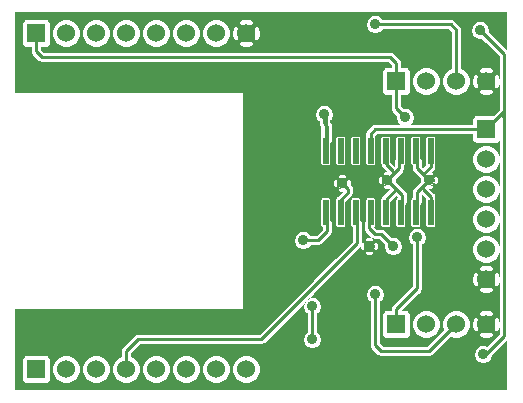
<source format=gbr>
G04 start of page 3 for group 1 idx 1 *
G04 Title: (unknown), solder *
G04 Creator: pcb 20091103 *
G04 CreationDate: Mon 21 Mar 2011 07:49:43 AM GMT UTC *
G04 For: gjhurlbu *
G04 Format: Gerber/RS-274X *
G04 PCB-Dimensions: 600000 500000 *
G04 PCB-Coordinate-Origin: lower left *
%MOIN*%
%FSLAX25Y25*%
%LNBACK*%
%ADD11C,0.0100*%
%ADD12C,0.0200*%
%ADD13C,0.0600*%
%ADD14C,0.0360*%
%ADD17R,0.0200X0.0200*%
%ADD18C,0.0380*%
G54D12*G36*
X169350Y366529D02*X170269Y365610D01*
X170242Y365487D01*
X170210Y365245D01*
X170200Y365001D01*
X170210Y364756D01*
X170242Y364514D01*
X170269Y364391D01*
X169350Y363472D01*
Y366529D01*
G37*
G36*
X188387Y306003D02*X188575Y305600D01*
X188855Y305200D01*
X189200Y304855D01*
X189600Y304575D01*
X190042Y304369D01*
X190514Y304243D01*
X191000Y304200D01*
X191486Y304243D01*
X191958Y304369D01*
X192400Y304575D01*
X192800Y304855D01*
X193145Y305200D01*
X193425Y305600D01*
X193631Y306042D01*
X193757Y306514D01*
X193769Y306649D01*
X199000Y311880D01*
Y295000D01*
X188387D01*
Y306003D01*
G37*
G36*
X192000Y337500D02*X192781Y337568D01*
X193539Y337771D01*
X194250Y338103D01*
X194893Y338553D01*
X195447Y339107D01*
X195897Y339750D01*
X196229Y340461D01*
X196432Y341219D01*
X196500Y342000D01*
Y332000D01*
X196479Y332432D01*
X196417Y332859D01*
X196314Y333279D01*
X196172Y333686D01*
X196171D01*
X196112Y333802D01*
X196033Y333907D01*
X195937Y333996D01*
X195828Y334067D01*
X195707Y334118D01*
X195580Y334147D01*
X195450Y334154D01*
X195320Y334138D01*
X195195Y334100D01*
X195079Y334041D01*
X194974Y333962D01*
X194885Y333866D01*
X194814Y333757D01*
X194763Y333636D01*
X194734Y333509D01*
X194727Y333379D01*
X194743Y333249D01*
X194781Y333124D01*
X194876Y332853D01*
X194944Y332573D01*
X194986Y332288D01*
X195000Y332000D01*
X194986Y331713D01*
X194944Y331428D01*
X194876Y331148D01*
X194781Y330877D01*
X194780D01*
X194742Y330752D01*
X194726Y330622D01*
X194733Y330491D01*
X194762Y330364D01*
X194813Y330243D01*
X194885Y330134D01*
X194974Y330038D01*
X195078Y329959D01*
X195195Y329900D01*
X195320Y329862D01*
X195450Y329846D01*
X195581Y329853D01*
X195708Y329882D01*
X195829Y329933D01*
X195938Y330005D01*
X196034Y330094D01*
X196113Y330198D01*
X196172Y330315D01*
X196314Y330722D01*
X196417Y331142D01*
X196479Y331569D01*
X196500Y332000D01*
Y317000D01*
X196479Y317432D01*
X196417Y317859D01*
X196314Y318279D01*
X196172Y318686D01*
X196171D01*
X196112Y318802D01*
X196033Y318907D01*
X195937Y318996D01*
X195828Y319067D01*
X195707Y319118D01*
X195580Y319147D01*
X195450Y319154D01*
X195320Y319138D01*
X195195Y319100D01*
X195079Y319041D01*
X194974Y318962D01*
X194885Y318866D01*
X194814Y318757D01*
X194763Y318636D01*
X194734Y318509D01*
X194727Y318379D01*
X194743Y318249D01*
X194781Y318124D01*
X194876Y317853D01*
X194944Y317573D01*
X194986Y317288D01*
X195000Y317000D01*
X194986Y316713D01*
X194944Y316428D01*
X194876Y316148D01*
X194781Y315877D01*
X194780D01*
X194742Y315752D01*
X194726Y315622D01*
X194733Y315491D01*
X194762Y315364D01*
X194813Y315243D01*
X194885Y315134D01*
X194974Y315038D01*
X195078Y314959D01*
X195195Y314900D01*
X195320Y314862D01*
X195450Y314846D01*
X195581Y314853D01*
X195708Y314882D01*
X195829Y314933D01*
X195938Y315005D01*
X196034Y315094D01*
X196113Y315198D01*
X196172Y315315D01*
X196314Y315722D01*
X196417Y316142D01*
X196479Y316569D01*
X196500Y317000D01*
Y313622D01*
X192334Y309456D01*
X192000Y309611D01*
Y312500D01*
X192431Y312521D01*
X192858Y312583D01*
X193278Y312686D01*
X193685Y312828D01*
Y312829D01*
X193801Y312888D01*
X193906Y312967D01*
X193995Y313063D01*
X194066Y313172D01*
X194117Y313293D01*
X194146Y313420D01*
X194153Y313550D01*
X194137Y313680D01*
X194099Y313805D01*
X194040Y313921D01*
X193961Y314026D01*
X193865Y314115D01*
X193756Y314186D01*
X193635Y314237D01*
X193508Y314266D01*
X193378Y314273D01*
X193248Y314257D01*
X193123Y314219D01*
X192852Y314124D01*
X192572Y314056D01*
X192287Y314014D01*
X192000Y314000D01*
Y320000D01*
X192287Y319987D01*
X192572Y319945D01*
X192852Y319877D01*
X193123Y319782D01*
Y319781D01*
X193248Y319743D01*
X193378Y319727D01*
X193509Y319734D01*
X193636Y319763D01*
X193757Y319814D01*
X193866Y319886D01*
X193962Y319975D01*
X194041Y320079D01*
X194100Y320196D01*
X194138Y320321D01*
X194154Y320451D01*
X194147Y320582D01*
X194118Y320709D01*
X194067Y320830D01*
X193995Y320939D01*
X193906Y321035D01*
X193802Y321114D01*
X193685Y321173D01*
X193278Y321315D01*
X192858Y321418D01*
X192431Y321480D01*
X192000Y321500D01*
Y327500D01*
X192431Y327521D01*
X192858Y327583D01*
X193278Y327686D01*
X193685Y327828D01*
Y327829D01*
X193801Y327888D01*
X193906Y327967D01*
X193995Y328063D01*
X194066Y328172D01*
X194117Y328293D01*
X194146Y328420D01*
X194153Y328550D01*
X194137Y328680D01*
X194099Y328805D01*
X194040Y328921D01*
X193961Y329026D01*
X193865Y329115D01*
X193756Y329186D01*
X193635Y329237D01*
X193508Y329266D01*
X193378Y329273D01*
X193248Y329257D01*
X193123Y329219D01*
X192852Y329124D01*
X192572Y329056D01*
X192287Y329014D01*
X192000Y329000D01*
Y335000D01*
X192287Y334987D01*
X192572Y334945D01*
X192852Y334877D01*
X193123Y334782D01*
Y334781D01*
X193248Y334743D01*
X193378Y334727D01*
X193509Y334734D01*
X193636Y334763D01*
X193757Y334814D01*
X193866Y334886D01*
X193962Y334975D01*
X194041Y335079D01*
X194100Y335196D01*
X194138Y335321D01*
X194154Y335451D01*
X194147Y335582D01*
X194118Y335709D01*
X194067Y335830D01*
X193995Y335939D01*
X193906Y336035D01*
X193802Y336114D01*
X193685Y336173D01*
X193278Y336315D01*
X192858Y336418D01*
X192431Y336480D01*
X192000Y336500D01*
Y337500D01*
G37*
G36*
X188387Y339344D02*X188553Y339107D01*
X189107Y338553D01*
X189750Y338103D01*
X190461Y337771D01*
X191219Y337568D01*
X192000Y337500D01*
Y336500D01*
X191568Y336480D01*
X191141Y336418D01*
X190721Y336315D01*
X190314Y336173D01*
Y336172D01*
X190198Y336113D01*
X190093Y336034D01*
X190004Y335938D01*
X189933Y335829D01*
X189882Y335708D01*
X189853Y335581D01*
X189846Y335451D01*
X189862Y335321D01*
X189900Y335196D01*
X189959Y335080D01*
X190038Y334975D01*
X190134Y334886D01*
X190243Y334815D01*
X190364Y334764D01*
X190491Y334735D01*
X190621Y334728D01*
X190751Y334744D01*
X190876Y334782D01*
X191147Y334877D01*
X191427Y334945D01*
X191712Y334987D01*
X192000Y335000D01*
Y329000D01*
X191999D01*
X191712Y329014D01*
X191427Y329056D01*
X191147Y329124D01*
X190876Y329219D01*
Y329220D01*
X190751Y329258D01*
X190621Y329274D01*
X190490Y329267D01*
X190363Y329238D01*
X190242Y329187D01*
X190133Y329115D01*
X190037Y329026D01*
X189958Y328922D01*
X189899Y328805D01*
X189861Y328680D01*
X189845Y328550D01*
X189852Y328419D01*
X189881Y328292D01*
X189932Y328171D01*
X190004Y328062D01*
X190093Y327966D01*
X190197Y327887D01*
X190314Y327828D01*
X190721Y327686D01*
X191141Y327583D01*
X191568Y327521D01*
X191999Y327500D01*
X192000D01*
Y321500D01*
X191568Y321480D01*
X191141Y321418D01*
X190721Y321315D01*
X190314Y321173D01*
Y321172D01*
X190198Y321113D01*
X190093Y321034D01*
X190004Y320938D01*
X189933Y320829D01*
X189882Y320708D01*
X189853Y320581D01*
X189846Y320451D01*
X189862Y320321D01*
X189900Y320196D01*
X189959Y320080D01*
X190038Y319975D01*
X190134Y319886D01*
X190243Y319815D01*
X190364Y319764D01*
X190491Y319735D01*
X190621Y319728D01*
X190751Y319744D01*
X190876Y319782D01*
X191147Y319877D01*
X191427Y319945D01*
X191712Y319987D01*
X192000Y320000D01*
Y314000D01*
X191999D01*
X191712Y314014D01*
X191427Y314056D01*
X191147Y314124D01*
X190876Y314219D01*
Y314220D01*
X190751Y314258D01*
X190621Y314274D01*
X190490Y314267D01*
X190363Y314238D01*
X190242Y314187D01*
X190133Y314115D01*
X190037Y314026D01*
X189958Y313922D01*
X189899Y313805D01*
X189861Y313680D01*
X189845Y313550D01*
X189852Y313419D01*
X189881Y313292D01*
X189932Y313171D01*
X190004Y313062D01*
X190093Y312966D01*
X190197Y312887D01*
X190314Y312828D01*
X190721Y312686D01*
X191141Y312583D01*
X191568Y312521D01*
X191999Y312500D01*
X192000D01*
Y309611D01*
X191958Y309631D01*
X191486Y309757D01*
X191000Y309800D01*
X190514Y309757D01*
X190042Y309631D01*
X189600Y309425D01*
X189200Y309145D01*
X188855Y308800D01*
X188575Y308400D01*
X188387Y307997D01*
Y314861D01*
X188419Y314854D01*
X188549Y314847D01*
X188679Y314863D01*
X188804Y314901D01*
X188920Y314960D01*
X189025Y315039D01*
X189114Y315135D01*
X189185Y315244D01*
X189236Y315365D01*
X189265Y315492D01*
X189272Y315622D01*
X189256Y315752D01*
X189218Y315877D01*
X189123Y316148D01*
X189055Y316428D01*
X189013Y316713D01*
X189000Y317001D01*
X189013Y317288D01*
X189055Y317573D01*
X189123Y317853D01*
X189218Y318124D01*
X189219D01*
X189257Y318249D01*
X189273Y318379D01*
X189266Y318510D01*
X189237Y318637D01*
X189186Y318758D01*
X189114Y318867D01*
X189025Y318963D01*
X188921Y319042D01*
X188804Y319101D01*
X188679Y319139D01*
X188549Y319155D01*
X188418Y319148D01*
X188387Y319141D01*
Y329861D01*
X188419Y329854D01*
X188549Y329847D01*
X188679Y329863D01*
X188804Y329901D01*
X188920Y329960D01*
X189025Y330039D01*
X189114Y330135D01*
X189185Y330244D01*
X189236Y330365D01*
X189265Y330492D01*
X189272Y330622D01*
X189256Y330752D01*
X189218Y330877D01*
X189123Y331148D01*
X189055Y331428D01*
X189013Y331713D01*
X189000Y332001D01*
X189013Y332288D01*
X189055Y332573D01*
X189123Y332853D01*
X189218Y333124D01*
X189219D01*
X189257Y333249D01*
X189273Y333379D01*
X189266Y333510D01*
X189237Y333637D01*
X189186Y333758D01*
X189114Y333867D01*
X189025Y333963D01*
X188921Y334042D01*
X188804Y334101D01*
X188679Y334139D01*
X188549Y334155D01*
X188418Y334148D01*
X188387Y334141D01*
Y339344D01*
G37*
G36*
Y349344D02*X188553Y349107D01*
X189107Y348553D01*
X189750Y348103D01*
X190461Y347771D01*
X191219Y347568D01*
X192000Y347500D01*
X192781Y347568D01*
X193539Y347771D01*
X194250Y348103D01*
X194893Y348553D01*
X195447Y349107D01*
X195897Y349750D01*
X196229Y350461D01*
X196432Y351219D01*
X196500Y352000D01*
Y342000D01*
X196432Y342781D01*
X196229Y343539D01*
X195897Y344250D01*
X195447Y344893D01*
X194893Y345447D01*
X194250Y345897D01*
X193539Y346229D01*
X192781Y346432D01*
X192000Y346500D01*
X191219Y346432D01*
X190461Y346229D01*
X189750Y345897D01*
X189107Y345447D01*
X188553Y344893D01*
X188387Y344656D01*
Y349344D01*
G37*
G36*
Y359344D02*X188553Y359107D01*
X189107Y358553D01*
X189750Y358103D01*
X190461Y357771D01*
X191219Y357568D01*
X192000Y357500D01*
X192781Y357568D01*
X193539Y357771D01*
X194250Y358103D01*
X194893Y358553D01*
X195447Y359107D01*
X195897Y359750D01*
X196229Y360461D01*
X196432Y361219D01*
X196500Y362000D01*
Y352000D01*
X196432Y352781D01*
X196229Y353539D01*
X195897Y354250D01*
X195447Y354893D01*
X194893Y355447D01*
X194250Y355897D01*
X193539Y356229D01*
X192781Y356432D01*
X192000Y356500D01*
X191219Y356432D01*
X190461Y356229D01*
X189750Y355897D01*
X189107Y355447D01*
X188553Y354893D01*
X188387Y354656D01*
Y359344D01*
G37*
G36*
Y369344D02*X188553Y369107D01*
X189107Y368553D01*
X189750Y368103D01*
X190461Y367771D01*
X191219Y367568D01*
X192000Y367500D01*
X192781Y367568D01*
X193539Y367771D01*
X194250Y368103D01*
X194893Y368553D01*
X195447Y369107D01*
X195897Y369750D01*
X196229Y370461D01*
X196432Y371219D01*
X196500Y372000D01*
Y362000D01*
X196432Y362781D01*
X196229Y363539D01*
X195897Y364250D01*
X195447Y364893D01*
X194893Y365447D01*
X194250Y365897D01*
X193539Y366229D01*
X192781Y366432D01*
X192000Y366500D01*
X191219Y366432D01*
X190461Y366229D01*
X189750Y365897D01*
X189107Y365447D01*
X188553Y364893D01*
X188387Y364656D01*
Y369344D01*
G37*
G36*
Y377637D02*X188487Y377590D01*
X188740Y377523D01*
X189000Y377500D01*
X195000D01*
X195260Y377523D01*
X195513Y377590D01*
X195750Y377701D01*
X195964Y377851D01*
X196149Y378036D01*
X196299Y378250D01*
X196410Y378487D01*
X196477Y378740D01*
X196500Y379000D01*
Y372000D01*
X196432Y372781D01*
X196229Y373539D01*
X195897Y374250D01*
X195447Y374893D01*
X194893Y375447D01*
X194250Y375897D01*
X193539Y376229D01*
X192781Y376432D01*
X192000Y376500D01*
X191219Y376432D01*
X190461Y376229D01*
X189750Y375897D01*
X189107Y375447D01*
X188553Y374893D01*
X188387Y374656D01*
Y377637D01*
G37*
G36*
X175231Y380500D02*X187500D01*
Y379000D01*
X187523Y378740D01*
X187590Y378487D01*
X187701Y378250D01*
X187851Y378036D01*
X188036Y377851D01*
X188250Y377701D01*
X188387Y377637D01*
Y374656D01*
X188103Y374250D01*
X187771Y373539D01*
X187568Y372781D01*
X187500Y372000D01*
X187568Y371219D01*
X187771Y370461D01*
X188103Y369750D01*
X188387Y369344D01*
Y364656D01*
X188103Y364250D01*
X187771Y363539D01*
X187568Y362781D01*
X187500Y362000D01*
X187568Y361219D01*
X187771Y360461D01*
X188103Y359750D01*
X188387Y359344D01*
Y354656D01*
X188103Y354250D01*
X187771Y353539D01*
X187568Y352781D01*
X187500Y352000D01*
X187568Y351219D01*
X187771Y350461D01*
X188103Y349750D01*
X188387Y349344D01*
Y344656D01*
X188103Y344250D01*
X187771Y343539D01*
X187568Y342781D01*
X187500Y342000D01*
X187568Y341219D01*
X187771Y340461D01*
X188103Y339750D01*
X188387Y339344D01*
Y334141D01*
X188291Y334119D01*
X188170Y334068D01*
X188061Y333996D01*
X187965Y333907D01*
X187886Y333803D01*
X187827Y333686D01*
X187685Y333279D01*
X187582Y332859D01*
X187520Y332432D01*
X187500Y332001D01*
X187520Y331569D01*
X187582Y331142D01*
X187685Y330722D01*
X187827Y330315D01*
X187828D01*
X187887Y330199D01*
X187966Y330094D01*
X188062Y330005D01*
X188171Y329934D01*
X188292Y329883D01*
X188387Y329861D01*
Y319141D01*
X188291Y319119D01*
X188170Y319068D01*
X188061Y318996D01*
X187965Y318907D01*
X187886Y318803D01*
X187827Y318686D01*
X187685Y318279D01*
X187582Y317859D01*
X187520Y317432D01*
X187500Y317001D01*
X187520Y316569D01*
X187582Y316142D01*
X187685Y315722D01*
X187827Y315315D01*
X187828D01*
X187887Y315199D01*
X187966Y315094D01*
X188062Y315005D01*
X188171Y314934D01*
X188292Y314883D01*
X188387Y314861D01*
Y307997D01*
X188369Y307958D01*
X188243Y307486D01*
X188200Y307000D01*
X188243Y306514D01*
X188369Y306042D01*
X188387Y306003D01*
Y295000D01*
X175231D01*
Y308111D01*
X180072Y312952D01*
X180461Y312771D01*
X181219Y312568D01*
X182000Y312500D01*
X182781Y312568D01*
X183539Y312771D01*
X184250Y313103D01*
X184893Y313553D01*
X185447Y314107D01*
X185897Y314750D01*
X186229Y315461D01*
X186432Y316219D01*
X186500Y317000D01*
X186432Y317781D01*
X186229Y318539D01*
X185897Y319250D01*
X185447Y319893D01*
X184893Y320447D01*
X184250Y320897D01*
X183539Y321229D01*
X182781Y321432D01*
X182000Y321500D01*
X181219Y321432D01*
X180461Y321229D01*
X179750Y320897D01*
X179107Y320447D01*
X178553Y319893D01*
X178103Y319250D01*
X177771Y318539D01*
X177568Y317781D01*
X177500Y317000D01*
X177568Y316219D01*
X177771Y315461D01*
X177952Y315074D01*
X175231Y312353D01*
Y313891D01*
X175447Y314107D01*
X175897Y314750D01*
X176229Y315461D01*
X176432Y316219D01*
X176500Y317000D01*
X176432Y317781D01*
X176229Y318539D01*
X175897Y319250D01*
X175447Y319893D01*
X175231Y320109D01*
Y363720D01*
X175248Y363721D01*
X175332Y363744D01*
X175411Y363781D01*
X175483Y363831D01*
X175544Y363893D01*
X175594Y363964D01*
X175631Y364043D01*
X175704Y364276D01*
X175757Y364514D01*
X175789Y364756D01*
X175800Y365000D01*
X175789Y365245D01*
X175757Y365487D01*
X175704Y365725D01*
X175631Y365958D01*
X175594Y366037D01*
X175544Y366108D01*
X175483Y366170D01*
X175411Y366220D01*
X175332Y366257D01*
X175248Y366280D01*
X175231Y366281D01*
Y380500D01*
G37*
G36*
Y312353D02*X172378Y309500D01*
X169350D01*
Y313383D01*
X169750Y313103D01*
X170461Y312771D01*
X171219Y312568D01*
X172000Y312500D01*
X172781Y312568D01*
X173539Y312771D01*
X174250Y313103D01*
X174893Y313553D01*
X175231Y313891D01*
Y312353D01*
G37*
G36*
Y295000D02*X169350D01*
Y306500D01*
X173000D01*
X173080Y306507D01*
X173131D01*
X173184Y306516D01*
X173260Y306523D01*
X173334Y306543D01*
X173388Y306552D01*
X173439Y306570D01*
X173513Y306590D01*
X173578Y306621D01*
X173634Y306641D01*
X173685Y306671D01*
X173750Y306701D01*
X173811Y306743D01*
X173860Y306772D01*
X173904Y306809D01*
X173964Y306851D01*
X174016Y306903D01*
X174060Y306940D01*
X175231Y308111D01*
Y295000D01*
G37*
G36*
X169350Y380500D02*X175231D01*
Y366281D01*
X175161Y366287D01*
X175074Y366280D01*
X174990Y366257D01*
X174911Y366220D01*
X174840Y366170D01*
X174778Y366109D01*
X174728Y366037D01*
X174691Y365958D01*
X174668Y365874D01*
X174661Y365787D01*
X174668Y365700D01*
X174691Y365616D01*
X174738Y365466D01*
X174772Y365313D01*
X174793Y365157D01*
X174800Y365000D01*
X174793Y364844D01*
X174772Y364688D01*
X174738Y364535D01*
X174691Y364385D01*
X174668Y364301D01*
X174661Y364214D01*
X174668Y364127D01*
X174691Y364043D01*
X174728Y363964D01*
X174778Y363892D01*
X174840Y363831D01*
X174911Y363781D01*
X174990Y363744D01*
X175074Y363721D01*
X175161Y363714D01*
X175231Y363720D01*
Y320109D01*
X174893Y320447D01*
X174250Y320897D01*
X173539Y321229D01*
X172781Y321432D01*
X172000Y321500D01*
X171219Y321432D01*
X170461Y321229D01*
X169750Y320897D01*
X169350Y320617D01*
Y327230D01*
X170060Y327940D01*
X170061Y327939D01*
X170108Y327995D01*
X170149Y328036D01*
X170182Y328083D01*
X170229Y328139D01*
X170266Y328203D01*
X170299Y328250D01*
X170325Y328305D01*
X170360Y328366D01*
X170383Y328429D01*
X170410Y328487D01*
X170426Y328549D01*
X170449Y328612D01*
X170461Y328681D01*
X170477Y328740D01*
X170482Y328798D01*
X170495Y328869D01*
Y328943D01*
X170500Y329000D01*
Y343645D01*
X170800Y343855D01*
X171145Y344200D01*
X171425Y344600D01*
X171631Y345042D01*
X171757Y345514D01*
X171800Y346000D01*
X171757Y346486D01*
X171631Y346958D01*
X171425Y347400D01*
X171145Y347800D01*
X170800Y348145D01*
X170400Y348425D01*
X169958Y348631D01*
X169486Y348757D01*
X169350Y348769D01*
Y349500D01*
X169500D01*
X169587Y349508D01*
X169671Y349530D01*
X169750Y349567D01*
X169821Y349617D01*
X169883Y349679D01*
X169933Y349750D01*
X169970Y349829D01*
X169992Y349913D01*
X170000Y350000D01*
Y356880D01*
X170060Y356940D01*
X170061Y356939D01*
X170108Y356995D01*
X170149Y357036D01*
X170181Y357082D01*
X170229Y357139D01*
X170265Y357202D01*
X170299Y357250D01*
X170325Y357306D01*
X170360Y357366D01*
X170383Y357429D01*
X170410Y357487D01*
X170426Y357549D01*
X170449Y357612D01*
X170461Y357681D01*
X170477Y357740D01*
X170482Y357798D01*
X170495Y357869D01*
Y357943D01*
X170500Y358000D01*
Y360379D01*
X172000Y358879D01*
Y350000D01*
X172008Y349913D01*
X172030Y349829D01*
X172067Y349750D01*
X172117Y349679D01*
X172179Y349617D01*
X172250Y349567D01*
X172329Y349530D01*
X172413Y349508D01*
X172500Y349500D01*
X174500D01*
X174587Y349508D01*
X174671Y349530D01*
X174750Y349567D01*
X174821Y349617D01*
X174883Y349679D01*
X174933Y349750D01*
X174970Y349829D01*
X174992Y349913D01*
X175000Y350000D01*
Y359500D01*
X174994Y359568D01*
Y359631D01*
X174983Y359693D01*
X174977Y359760D01*
X174959Y359829D01*
X174948Y359889D01*
X174929Y359941D01*
X174910Y360013D01*
X174878Y360080D01*
X174859Y360134D01*
X174829Y360186D01*
X174799Y360250D01*
X174759Y360306D01*
X174728Y360361D01*
X174687Y360410D01*
X174649Y360464D01*
X174602Y360511D01*
X174560Y360561D01*
X172917Y362204D01*
X172999Y362200D01*
X173244Y362211D01*
X173486Y362243D01*
X173724Y362296D01*
X173957Y362369D01*
X174036Y362406D01*
X174107Y362456D01*
X174169Y362517D01*
X174219Y362589D01*
X174256Y362668D01*
X174279Y362752D01*
X174286Y362839D01*
X174279Y362926D01*
X174256Y363010D01*
X174219Y363089D01*
X174169Y363160D01*
X174108Y363222D01*
X174036Y363272D01*
X173957Y363309D01*
X173873Y363332D01*
X173786Y363339D01*
X173699Y363332D01*
X173615Y363309D01*
X173465Y363262D01*
X173358Y363238D01*
X174060Y363940D01*
X174061Y363939D01*
X174229Y364139D01*
X174360Y364366D01*
X174449Y364612D01*
X174495Y364869D01*
Y365131D01*
X174449Y365388D01*
X174360Y365634D01*
X174229Y365861D01*
X174061Y366061D01*
X174055Y366066D01*
X173358Y366763D01*
X173465Y366739D01*
X173615Y366692D01*
X173699Y366669D01*
X173786Y366662D01*
X173873Y366669D01*
X173957Y366692D01*
X174036Y366729D01*
X174108Y366779D01*
X174169Y366841D01*
X174219Y366912D01*
X174256Y366991D01*
X174279Y367075D01*
X174286Y367162D01*
X174279Y367249D01*
X174256Y367333D01*
X174219Y367412D01*
X174169Y367484D01*
X174107Y367545D01*
X174036Y367595D01*
X173957Y367632D01*
X173801Y367681D01*
X174560Y368440D01*
X174561Y368439D01*
X174608Y368495D01*
X174649Y368536D01*
X174681Y368582D01*
X174729Y368639D01*
X174765Y368702D01*
X174799Y368750D01*
X174825Y368806D01*
X174860Y368866D01*
X174883Y368929D01*
X174910Y368987D01*
X174926Y369049D01*
X174949Y369112D01*
X174961Y369181D01*
X174977Y369240D01*
X174982Y369298D01*
X174995Y369369D01*
Y369443D01*
X175000Y369500D01*
Y379000D01*
X174992Y379087D01*
X174970Y379171D01*
X174933Y379250D01*
X174883Y379321D01*
X174821Y379383D01*
X174750Y379433D01*
X174671Y379470D01*
X174587Y379492D01*
X174500Y379500D01*
X172500D01*
X172413Y379492D01*
X172329Y379470D01*
X172250Y379433D01*
X172179Y379383D01*
X172117Y379321D01*
X172067Y379250D01*
X172030Y379171D01*
X172008Y379087D01*
X172000Y379000D01*
Y370122D01*
X171000Y369122D01*
X170500Y369621D01*
Y371000D01*
X170494Y371068D01*
Y371131D01*
X170483Y371193D01*
X170477Y371260D01*
X170459Y371329D01*
X170448Y371389D01*
X170429Y371441D01*
X170410Y371513D01*
X170378Y371580D01*
X170359Y371634D01*
X170329Y371686D01*
X170299Y371750D01*
X170259Y371806D01*
X170228Y371861D01*
X170187Y371910D01*
X170149Y371964D01*
X170102Y372011D01*
X170060Y372061D01*
X170000Y372121D01*
Y379000D01*
X169992Y379087D01*
X169970Y379171D01*
X169933Y379250D01*
X169883Y379321D01*
X169821Y379383D01*
X169750Y379433D01*
X169671Y379470D01*
X169587Y379492D01*
X169500Y379500D01*
X169350D01*
Y380500D01*
G37*
G36*
X161250Y306500D02*X169350D01*
Y295000D01*
X161250D01*
Y306500D01*
G37*
G36*
Y312500D02*X165000D01*
X165260Y312523D01*
X165513Y312590D01*
X165750Y312701D01*
X165964Y312851D01*
X166149Y313036D01*
X166299Y313250D01*
X166410Y313487D01*
X166477Y313740D01*
X166500Y314000D01*
Y320000D01*
X166477Y320260D01*
X166410Y320513D01*
X166299Y320750D01*
X166149Y320964D01*
X165964Y321149D01*
X165750Y321299D01*
X165513Y321410D01*
X165260Y321477D01*
X165000Y321500D01*
X163620D01*
X169350Y327230D01*
Y320617D01*
X169107Y320447D01*
X168553Y319893D01*
X168103Y319250D01*
X167771Y318539D01*
X167568Y317781D01*
X167500Y317000D01*
X167568Y316219D01*
X167771Y315461D01*
X168103Y314750D01*
X168553Y314107D01*
X169107Y313553D01*
X169350Y313383D01*
Y309500D01*
X161250D01*
Y312500D01*
G37*
G36*
Y380500D02*X169350D01*
Y379500D01*
X167500D01*
X167413Y379492D01*
X167329Y379470D01*
X167250Y379433D01*
X167179Y379383D01*
X167117Y379321D01*
X167067Y379250D01*
X167030Y379171D01*
X167008Y379087D01*
X167000Y379000D01*
Y370500D01*
X167008Y370413D01*
X167030Y370329D01*
X167067Y370250D01*
X167117Y370179D01*
X167179Y370117D01*
X167250Y370067D01*
X167329Y370030D01*
X167413Y370008D01*
X167500Y370000D01*
Y369000D01*
X167506Y368932D01*
Y368870D01*
X167517Y368807D01*
X167523Y368740D01*
X167540Y368676D01*
X167551Y368613D01*
X167572Y368555D01*
X167590Y368487D01*
X167619Y368425D01*
X167640Y368367D01*
X167673Y368310D01*
X167701Y368250D01*
X167738Y368197D01*
X167771Y368140D01*
X167814Y368089D01*
X167851Y368036D01*
X167897Y367990D01*
X167939Y367940D01*
X169350Y366529D01*
Y363472D01*
X167939Y362061D01*
X167940Y362060D01*
X167903Y362016D01*
X167851Y361964D01*
X167809Y361904D01*
X167772Y361860D01*
X167743Y361811D01*
X167701Y361750D01*
X167671Y361685D01*
X167641Y361634D01*
X167621Y361578D01*
X167590Y361513D01*
X167570Y361439D01*
X167552Y361388D01*
X167543Y361334D01*
X167523Y361260D01*
X167516Y361184D01*
X167507Y361131D01*
Y361081D01*
X167500Y361000D01*
Y359000D01*
X167413Y358992D01*
X167329Y358970D01*
X167250Y358933D01*
X167179Y358883D01*
X167117Y358821D01*
X167067Y358750D01*
X167030Y358671D01*
X167008Y358587D01*
X167000Y358500D01*
Y350000D01*
X167008Y349913D01*
X167030Y349829D01*
X167067Y349750D01*
X167117Y349679D01*
X167179Y349617D01*
X167250Y349567D01*
X167329Y349530D01*
X167413Y349508D01*
X167500Y349500D01*
X169350D01*
Y348769D01*
X169000Y348800D01*
X168514Y348757D01*
X168042Y348631D01*
X167600Y348425D01*
X167200Y348145D01*
X166855Y347800D01*
X166575Y347400D01*
X166369Y346958D01*
X166243Y346486D01*
X166200Y346000D01*
X166243Y345514D01*
X166369Y345042D01*
X166575Y344600D01*
X166855Y344200D01*
X167200Y343855D01*
X167500Y343645D01*
Y329622D01*
X161250Y323372D01*
Y340222D01*
X161486Y340243D01*
X161958Y340369D01*
X162400Y340575D01*
X162800Y340855D01*
X163145Y341200D01*
X163425Y341600D01*
X163631Y342042D01*
X163757Y342514D01*
X163800Y343000D01*
X163757Y343486D01*
X163631Y343958D01*
X163425Y344400D01*
X163145Y344800D01*
X162800Y345145D01*
X162400Y345425D01*
X161958Y345631D01*
X161486Y345757D01*
X161250Y345778D01*
Y359131D01*
X161999Y359880D01*
X162500Y359379D01*
Y359000D01*
X162413Y358992D01*
X162329Y358970D01*
X162250Y358933D01*
X162179Y358883D01*
X162117Y358821D01*
X162067Y358750D01*
X162030Y358671D01*
X162008Y358587D01*
X162000Y358500D01*
Y350000D01*
X162008Y349913D01*
X162030Y349829D01*
X162067Y349750D01*
X162117Y349679D01*
X162179Y349617D01*
X162250Y349567D01*
X162329Y349530D01*
X162413Y349508D01*
X162500Y349500D01*
X164500D01*
X164587Y349508D01*
X164671Y349530D01*
X164750Y349567D01*
X164821Y349617D01*
X164883Y349679D01*
X164933Y349750D01*
X164970Y349829D01*
X164992Y349913D01*
X165000Y350000D01*
Y356880D01*
X165060Y356940D01*
X165061Y356939D01*
X165108Y356995D01*
X165149Y357036D01*
X165181Y357082D01*
X165229Y357139D01*
X165265Y357202D01*
X165299Y357250D01*
X165325Y357306D01*
X165360Y357366D01*
X165383Y357429D01*
X165410Y357487D01*
X165426Y357549D01*
X165449Y357612D01*
X165461Y357681D01*
X165477Y357740D01*
X165482Y357798D01*
X165495Y357869D01*
Y357943D01*
X165500Y358000D01*
Y360000D01*
X165494Y360068D01*
Y360131D01*
X165483Y360194D01*
X165477Y360260D01*
X165459Y360329D01*
X165448Y360389D01*
X165429Y360441D01*
X165410Y360513D01*
X165379Y360580D01*
X165359Y360634D01*
X165329Y360686D01*
X165299Y360750D01*
X165260Y360806D01*
X165228Y360861D01*
X165187Y360909D01*
X165149Y360964D01*
X165102Y361011D01*
X165060Y361061D01*
X163066Y363055D01*
X163061Y363061D01*
X163055Y363066D01*
X161730Y364391D01*
X161757Y364514D01*
X161789Y364756D01*
X161800Y365000D01*
X161789Y365245D01*
X161757Y365487D01*
X161730Y365610D01*
X164060Y367940D01*
X164061Y367939D01*
X164108Y367995D01*
X164149Y368036D01*
X164182Y368083D01*
X164229Y368139D01*
X164266Y368203D01*
X164299Y368250D01*
X164325Y368305D01*
X164360Y368366D01*
X164382Y368428D01*
X164410Y368487D01*
X164427Y368551D01*
X164449Y368612D01*
X164461Y368681D01*
X164477Y368740D01*
X164482Y368796D01*
X164495Y368869D01*
Y368943D01*
X164500Y369000D01*
Y370000D01*
X164587Y370008D01*
X164671Y370030D01*
X164750Y370067D01*
X164821Y370117D01*
X164883Y370179D01*
X164933Y370250D01*
X164970Y370329D01*
X164992Y370413D01*
X165000Y370500D01*
Y379000D01*
X164992Y379087D01*
X164970Y379171D01*
X164933Y379250D01*
X164883Y379321D01*
X164821Y379383D01*
X164750Y379433D01*
X164671Y379470D01*
X164587Y379492D01*
X164500Y379500D01*
X162500D01*
X162413Y379492D01*
X162329Y379470D01*
X162250Y379433D01*
X162179Y379383D01*
X162117Y379321D01*
X162067Y379250D01*
X162030Y379171D01*
X162008Y379087D01*
X162000Y379000D01*
Y372122D01*
X161939Y372061D01*
X161940Y372060D01*
X161903Y372016D01*
X161851Y371964D01*
X161809Y371904D01*
X161772Y371860D01*
X161743Y371810D01*
X161701Y371750D01*
X161671Y371686D01*
X161641Y371634D01*
X161622Y371581D01*
X161590Y371513D01*
X161570Y371437D01*
X161552Y371388D01*
X161542Y371333D01*
X161523Y371260D01*
X161516Y371185D01*
X161507Y371131D01*
Y371079D01*
X161500Y371000D01*
Y369621D01*
X161250Y369871D01*
Y380500D01*
G37*
G36*
Y387629D02*X162275Y386604D01*
X162243Y386486D01*
X162200Y386000D01*
X162243Y385514D01*
X162369Y385042D01*
X162575Y384600D01*
X162855Y384200D01*
X163200Y383855D01*
X163600Y383575D01*
X163761Y383500D01*
X161250D01*
Y387629D01*
G37*
G36*
X156769Y306520D02*X156807Y306517D01*
X156870Y306506D01*
X156932D01*
X157000Y306500D01*
X161250D01*
Y295000D01*
X156769D01*
Y306520D01*
G37*
G36*
Y345110D02*X158275Y343604D01*
X158243Y343486D01*
X158200Y343000D01*
X158243Y342514D01*
X158369Y342042D01*
X158575Y341600D01*
X158855Y341200D01*
X159200Y340855D01*
X159600Y340575D01*
X160042Y340369D01*
X160514Y340243D01*
X161000Y340200D01*
X161250Y340222D01*
Y323372D01*
X160939Y323061D01*
X160940Y323060D01*
X160903Y323016D01*
X160851Y322964D01*
X160809Y322904D01*
X160772Y322860D01*
X160743Y322811D01*
X160701Y322750D01*
X160671Y322685D01*
X160641Y322634D01*
X160621Y322578D01*
X160590Y322513D01*
X160570Y322439D01*
X160552Y322388D01*
X160543Y322334D01*
X160523Y322260D01*
X160516Y322184D01*
X160507Y322131D01*
Y322081D01*
X160500Y322000D01*
Y321500D01*
X159000D01*
X158740Y321477D01*
X158487Y321410D01*
X158250Y321299D01*
X158036Y321149D01*
X157851Y320964D01*
X157701Y320750D01*
X157590Y320513D01*
X157523Y320260D01*
X157500Y320000D01*
Y314000D01*
X157523Y313740D01*
X157590Y313487D01*
X157701Y313250D01*
X157851Y313036D01*
X158036Y312851D01*
X158250Y312701D01*
X158487Y312590D01*
X158740Y312523D01*
X159000Y312500D01*
X161250D01*
Y309500D01*
X157621D01*
X156769Y310352D01*
Y324833D01*
X156800Y324855D01*
X157145Y325200D01*
X157425Y325600D01*
X157631Y326042D01*
X157757Y326514D01*
X157800Y327000D01*
X157757Y327486D01*
X157631Y327958D01*
X157425Y328400D01*
X157145Y328800D01*
X156800Y329145D01*
X156769Y329167D01*
Y345110D01*
G37*
G36*
Y380500D02*X161250D01*
Y369871D01*
X160000Y371121D01*
Y379000D01*
X159992Y379087D01*
X159970Y379171D01*
X159933Y379250D01*
X159883Y379321D01*
X159821Y379383D01*
X159750Y379433D01*
X159671Y379470D01*
X159587Y379492D01*
X159500Y379500D01*
X157500D01*
X157413Y379492D01*
X157329Y379470D01*
X157250Y379433D01*
X157179Y379383D01*
X157117Y379321D01*
X157067Y379250D01*
X157030Y379171D01*
X157008Y379087D01*
X157000Y379000D01*
Y370500D01*
X157006Y370432D01*
Y370370D01*
X157017Y370307D01*
X157023Y370240D01*
X157040Y370176D01*
X157051Y370113D01*
X157072Y370055D01*
X157090Y369987D01*
X157119Y369925D01*
X157140Y369867D01*
X157173Y369810D01*
X157201Y369750D01*
X157238Y369697D01*
X157271Y369640D01*
X157314Y369589D01*
X157351Y369536D01*
X157397Y369490D01*
X157439Y369440D01*
X159082Y367797D01*
X159000Y367800D01*
X158755Y367790D01*
X158513Y367758D01*
X158275Y367705D01*
X158042Y367632D01*
X157963Y367595D01*
X157892Y367545D01*
X157830Y367484D01*
X157780Y367412D01*
X157743Y367333D01*
X157720Y367249D01*
X157713Y367162D01*
X157720Y367075D01*
X157743Y366991D01*
X157780Y366912D01*
X157830Y366841D01*
X157891Y366779D01*
X157963Y366729D01*
X158042Y366692D01*
X158126Y366669D01*
X158213Y366662D01*
X158300Y366669D01*
X158384Y366692D01*
X158534Y366739D01*
X158641Y366763D01*
X157939Y366061D01*
X157940Y366060D01*
X157772Y365861D01*
X157641Y365634D01*
X157552Y365389D01*
X157506Y365131D01*
Y364870D01*
X157551Y364613D01*
X157640Y364367D01*
X157771Y364140D01*
X157939Y363940D01*
X158641Y363238D01*
X158534Y363262D01*
X158384Y363309D01*
X158300Y363332D01*
X158213Y363339D01*
X158126Y363332D01*
X158042Y363309D01*
X157963Y363272D01*
X157891Y363222D01*
X157830Y363160D01*
X157780Y363089D01*
X157743Y363010D01*
X157720Y362926D01*
X157713Y362839D01*
X157720Y362752D01*
X157743Y362668D01*
X157780Y362589D01*
X157830Y362517D01*
X157892Y362456D01*
X157963Y362406D01*
X158042Y362369D01*
X158275Y362296D01*
X158513Y362243D01*
X158755Y362211D01*
X158999Y362200D01*
X159244Y362211D01*
X159486Y362243D01*
X159609Y362270D01*
X159878Y362001D01*
X157439Y359561D01*
X157440Y359560D01*
X157403Y359516D01*
X157351Y359464D01*
X157309Y359404D01*
X157272Y359360D01*
X157243Y359310D01*
X157201Y359250D01*
X157171Y359186D01*
X157141Y359134D01*
X157122Y359081D01*
X157090Y359013D01*
X157070Y358937D01*
X157052Y358888D01*
X157042Y358833D01*
X157023Y358760D01*
X157016Y358685D01*
X157007Y358631D01*
Y358579D01*
X157000Y358500D01*
Y350000D01*
X157008Y349913D01*
X157030Y349829D01*
X157067Y349750D01*
X157117Y349679D01*
X157179Y349617D01*
X157250Y349567D01*
X157329Y349530D01*
X157413Y349508D01*
X157500Y349500D01*
X159500D01*
X159587Y349508D01*
X159671Y349530D01*
X159750Y349567D01*
X159821Y349617D01*
X159883Y349679D01*
X159933Y349750D01*
X159970Y349829D01*
X159992Y349913D01*
X160000Y350000D01*
Y357880D01*
X161250Y359131D01*
Y345778D01*
X161000Y345800D01*
X160514Y345757D01*
X160396Y345725D01*
X158061Y348060D01*
X158011Y348102D01*
X157964Y348149D01*
X157910Y348187D01*
X157861Y348228D01*
X157803Y348262D01*
X157750Y348299D01*
X157687Y348329D01*
X157634Y348359D01*
X157575Y348381D01*
X157513Y348410D01*
X157442Y348429D01*
X157389Y348448D01*
X157329Y348459D01*
X157260Y348477D01*
X157193Y348483D01*
X157131Y348494D01*
X157068D01*
X157000Y348500D01*
X156769D01*
Y363720D01*
X156838Y363714D01*
X156925Y363721D01*
X157009Y363744D01*
X157088Y363781D01*
X157159Y363831D01*
X157221Y363892D01*
X157271Y363964D01*
X157308Y364043D01*
X157331Y364127D01*
X157338Y364214D01*
X157331Y364301D01*
X157308Y364385D01*
X157261Y364535D01*
X157227Y364688D01*
X157206Y364844D01*
X157200Y365001D01*
X157206Y365157D01*
X157227Y365313D01*
X157261Y365466D01*
X157308Y365616D01*
X157331Y365700D01*
X157338Y365787D01*
X157331Y365874D01*
X157308Y365958D01*
X157271Y366037D01*
X157221Y366109D01*
X157159Y366170D01*
X157088Y366220D01*
X157009Y366257D01*
X156925Y366280D01*
X156838Y366287D01*
X156769Y366281D01*
Y380500D01*
G37*
G36*
Y404500D02*X159379D01*
X160500Y403379D01*
Y402500D01*
X159000D01*
X158740Y402477D01*
X158487Y402410D01*
X158250Y402299D01*
X158036Y402149D01*
X157851Y401964D01*
X157701Y401750D01*
X157590Y401513D01*
X157523Y401260D01*
X157500Y401000D01*
Y395000D01*
X157523Y394740D01*
X157590Y394487D01*
X157701Y394250D01*
X157851Y394036D01*
X158036Y393851D01*
X158250Y393701D01*
X158487Y393590D01*
X158740Y393523D01*
X159000Y393500D01*
X160500D01*
Y389000D01*
X160506Y388932D01*
Y388870D01*
X160517Y388807D01*
X160523Y388740D01*
X160540Y388676D01*
X160551Y388613D01*
X160572Y388555D01*
X160590Y388487D01*
X160619Y388425D01*
X160640Y388367D01*
X160673Y388310D01*
X160701Y388250D01*
X160738Y388197D01*
X160771Y388140D01*
X160814Y388089D01*
X160851Y388036D01*
X160897Y387990D01*
X160939Y387940D01*
X161250Y387629D01*
Y383500D01*
X156769D01*
Y404500D01*
G37*
G36*
Y310352D02*X156500Y310621D01*
Y324645D01*
X156769Y324833D01*
Y310352D01*
G37*
G36*
X153000Y325055D02*X153200Y324855D01*
X153500Y324645D01*
Y310000D01*
X153506Y309932D01*
Y309870D01*
X153517Y309807D01*
X153523Y309740D01*
X153540Y309676D01*
X153551Y309613D01*
X153572Y309555D01*
X153590Y309487D01*
X153619Y309425D01*
X153640Y309367D01*
X153673Y309310D01*
X153701Y309250D01*
X153738Y309197D01*
X153771Y309140D01*
X153814Y309089D01*
X153851Y309036D01*
X153897Y308990D01*
X153939Y308940D01*
X155940Y306939D01*
X155990Y306897D01*
X156036Y306851D01*
X156089Y306814D01*
X156140Y306771D01*
X156197Y306738D01*
X156250Y306701D01*
X156310Y306673D01*
X156367Y306640D01*
X156425Y306619D01*
X156487Y306590D01*
X156555Y306572D01*
X156613Y306551D01*
X156676Y306540D01*
X156740Y306523D01*
X156769Y306520D01*
Y295000D01*
X153000D01*
Y325055D01*
G37*
G36*
X155231Y345500D02*X156379D01*
X156769Y345110D01*
Y329167D01*
X156400Y329425D01*
X155958Y329631D01*
X155486Y329757D01*
X155231Y329780D01*
Y341720D01*
X155248Y341721D01*
X155332Y341744D01*
X155411Y341781D01*
X155483Y341831D01*
X155544Y341893D01*
X155594Y341964D01*
X155631Y342043D01*
X155704Y342276D01*
X155757Y342514D01*
X155789Y342756D01*
X155800Y343000D01*
X155789Y343245D01*
X155757Y343487D01*
X155704Y343725D01*
X155631Y343958D01*
X155594Y344037D01*
X155544Y344108D01*
X155483Y344170D01*
X155411Y344220D01*
X155332Y344257D01*
X155248Y344280D01*
X155231Y344281D01*
Y345500D01*
G37*
G36*
X153000Y346879D02*X153940Y345939D01*
X153990Y345897D01*
X154036Y345851D01*
X154089Y345814D01*
X154140Y345771D01*
X154197Y345738D01*
X154250Y345701D01*
X154310Y345673D01*
X154367Y345640D01*
X154425Y345619D01*
X154487Y345590D01*
X154555Y345572D01*
X154613Y345551D01*
X154676Y345540D01*
X154740Y345523D01*
X154807Y345517D01*
X154870Y345506D01*
X154932D01*
X155000Y345500D01*
X155231D01*
Y344281D01*
X155161Y344287D01*
X155074Y344280D01*
X154990Y344257D01*
X154911Y344220D01*
X154840Y344170D01*
X154778Y344109D01*
X154728Y344037D01*
X154691Y343958D01*
X154668Y343874D01*
X154661Y343787D01*
X154668Y343700D01*
X154691Y343616D01*
X154738Y343466D01*
X154772Y343313D01*
X154793Y343157D01*
X154800Y343000D01*
X154793Y342844D01*
X154772Y342688D01*
X154738Y342535D01*
X154691Y342385D01*
X154668Y342301D01*
X154661Y342214D01*
X154668Y342127D01*
X154691Y342043D01*
X154728Y341964D01*
X154778Y341892D01*
X154840Y341831D01*
X154911Y341781D01*
X154990Y341744D01*
X155074Y341721D01*
X155161Y341714D01*
X155231Y341720D01*
Y329780D01*
X155000Y329800D01*
X154514Y329757D01*
X154042Y329631D01*
X153600Y329425D01*
X153200Y329145D01*
X153000Y328945D01*
Y340200D01*
X153244Y340211D01*
X153486Y340243D01*
X153724Y340296D01*
X153957Y340369D01*
X154036Y340406D01*
X154107Y340456D01*
X154169Y340517D01*
X154219Y340589D01*
X154256Y340668D01*
X154279Y340752D01*
X154286Y340839D01*
X154279Y340926D01*
X154256Y341010D01*
X154219Y341089D01*
X154169Y341160D01*
X154108Y341222D01*
X154036Y341272D01*
X153957Y341309D01*
X153873Y341332D01*
X153786Y341339D01*
X153699Y341332D01*
X153615Y341309D01*
X153465Y341262D01*
X153312Y341228D01*
X153156Y341207D01*
X153000Y341200D01*
Y344800D01*
X153156Y344794D01*
X153312Y344773D01*
X153465Y344739D01*
X153615Y344692D01*
X153699Y344669D01*
X153786Y344662D01*
X153873Y344669D01*
X153957Y344692D01*
X154036Y344729D01*
X154108Y344779D01*
X154169Y344841D01*
X154219Y344912D01*
X154256Y344991D01*
X154279Y345075D01*
X154286Y345162D01*
X154279Y345249D01*
X154256Y345333D01*
X154219Y345412D01*
X154169Y345484D01*
X154164Y345489D01*
X154107Y345545D01*
X154036Y345595D01*
X153957Y345632D01*
X153724Y345705D01*
X153486Y345758D01*
X153244Y345790D01*
X153000Y345800D01*
Y346879D01*
G37*
G36*
Y370000D02*X154500D01*
X154587Y370008D01*
X154671Y370030D01*
X154750Y370067D01*
X154821Y370117D01*
X154883Y370179D01*
X154933Y370250D01*
X154970Y370329D01*
X154992Y370413D01*
X155000Y370500D01*
Y379880D01*
X155620Y380500D01*
X156769D01*
Y366281D01*
X156751Y366280D01*
X156667Y366257D01*
X156588Y366220D01*
X156516Y366170D01*
X156455Y366108D01*
X156405Y366037D01*
X156368Y365958D01*
X156295Y365725D01*
X156242Y365487D01*
X156210Y365245D01*
X156200Y365001D01*
X156210Y364756D01*
X156242Y364514D01*
X156295Y364276D01*
X156368Y364043D01*
X156405Y363964D01*
X156455Y363893D01*
X156516Y363831D01*
X156588Y363781D01*
X156667Y363744D01*
X156751Y363721D01*
X156769Y363720D01*
Y348500D01*
X155621D01*
X154608Y349513D01*
X154671Y349530D01*
X154750Y349567D01*
X154821Y349617D01*
X154883Y349679D01*
X154933Y349750D01*
X154970Y349829D01*
X154992Y349913D01*
X155000Y350000D01*
Y358500D01*
X154992Y358587D01*
X154970Y358671D01*
X154933Y358750D01*
X154883Y358821D01*
X154821Y358883D01*
X154750Y358933D01*
X154671Y358970D01*
X154587Y358992D01*
X154500Y359000D01*
X153000D01*
Y370000D01*
G37*
G36*
Y404500D02*X156769D01*
Y383500D01*
X155000D01*
X154943Y383495D01*
X154869D01*
X154798Y383482D01*
X154740Y383477D01*
X154681Y383461D01*
X154612Y383449D01*
X154549Y383426D01*
X154487Y383410D01*
X154429Y383383D01*
X154366Y383360D01*
X154306Y383325D01*
X154250Y383299D01*
X154202Y383265D01*
X154139Y383229D01*
X154082Y383181D01*
X154036Y383149D01*
X153995Y383108D01*
X153939Y383061D01*
X153000Y382122D01*
Y404500D01*
G37*
G36*
X148500D02*X153000D01*
Y382122D01*
X152439Y381561D01*
X152440Y381560D01*
X152403Y381516D01*
X152351Y381464D01*
X152309Y381404D01*
X152272Y381360D01*
X152243Y381310D01*
X152201Y381250D01*
X152171Y381186D01*
X152141Y381134D01*
X152122Y381081D01*
X152090Y381013D01*
X152070Y380937D01*
X152052Y380888D01*
X152042Y380833D01*
X152023Y380760D01*
X152016Y380685D01*
X152007Y380631D01*
Y380579D01*
X152000Y380500D01*
Y370500D01*
X152008Y370413D01*
X152030Y370329D01*
X152067Y370250D01*
X152117Y370179D01*
X152179Y370117D01*
X152250Y370067D01*
X152329Y370030D01*
X152413Y370008D01*
X152500Y370000D01*
X153000D01*
Y359000D01*
X152500D01*
X152413Y358992D01*
X152329Y358970D01*
X152250Y358933D01*
X152179Y358883D01*
X152117Y358821D01*
X152067Y358750D01*
X152030Y358671D01*
X152008Y358587D01*
X152000Y358500D01*
Y351622D01*
X151939Y351561D01*
X151940Y351560D01*
X151903Y351516D01*
X151851Y351464D01*
X151809Y351404D01*
X151772Y351360D01*
X151743Y351310D01*
X151701Y351250D01*
X151671Y351186D01*
X151641Y351134D01*
X151622Y351081D01*
X151590Y351013D01*
X151570Y350937D01*
X151552Y350888D01*
X151542Y350833D01*
X151523Y350760D01*
X151516Y350685D01*
X151507Y350631D01*
Y350579D01*
X151500Y350500D01*
Y349000D01*
X151506Y348932D01*
Y348870D01*
X151517Y348807D01*
X151523Y348740D01*
X151540Y348676D01*
X151551Y348613D01*
X151572Y348555D01*
X151590Y348487D01*
X151619Y348425D01*
X151640Y348367D01*
X151673Y348310D01*
X151701Y348250D01*
X151738Y348197D01*
X151771Y348140D01*
X151814Y348089D01*
X151851Y348036D01*
X151897Y347990D01*
X151939Y347940D01*
X153000Y346879D01*
Y345800D01*
X152755Y345790D01*
X152513Y345758D01*
X152490Y345753D01*
X152275Y345705D01*
X152042Y345632D01*
X151963Y345595D01*
X151892Y345545D01*
X151830Y345484D01*
X151780Y345412D01*
X151743Y345333D01*
X151720Y345249D01*
X151713Y345162D01*
X151720Y345075D01*
X151743Y344991D01*
X151780Y344912D01*
X151830Y344841D01*
X151891Y344779D01*
X151963Y344729D01*
X152042Y344692D01*
X152126Y344669D01*
X152213Y344662D01*
X152300Y344669D01*
X152384Y344692D01*
X152534Y344739D01*
X152687Y344773D01*
X152843Y344794D01*
X153000Y344800D01*
Y341200D01*
X152999D01*
X152843Y341207D01*
X152687Y341228D01*
X152534Y341262D01*
X152384Y341309D01*
X152300Y341332D01*
X152213Y341339D01*
X152126Y341332D01*
X152042Y341309D01*
X151963Y341272D01*
X151891Y341222D01*
X151830Y341160D01*
X151780Y341089D01*
X151743Y341010D01*
X151720Y340926D01*
X151713Y340839D01*
X151720Y340752D01*
X151743Y340668D01*
X151780Y340589D01*
X151830Y340517D01*
X151892Y340456D01*
X151963Y340406D01*
X152042Y340369D01*
X152275Y340296D01*
X152513Y340243D01*
X152755Y340211D01*
X152999Y340200D01*
X153000D01*
Y328945D01*
X152855Y328800D01*
X152575Y328400D01*
X152369Y327958D01*
X152243Y327486D01*
X152200Y327000D01*
X152243Y326514D01*
X152369Y326042D01*
X152575Y325600D01*
X152855Y325200D01*
X153000Y325055D01*
Y295000D01*
X148500D01*
Y341380D01*
X150060Y342940D01*
X150061Y342939D01*
X150108Y342995D01*
X150149Y343036D01*
X150183Y343085D01*
X150185Y343087D01*
X150194Y343098D01*
X150204Y343110D01*
X150200Y343001D01*
X150210Y342756D01*
X150242Y342514D01*
X150295Y342276D01*
X150368Y342043D01*
X150405Y341964D01*
X150455Y341893D01*
X150516Y341831D01*
X150588Y341781D01*
X150667Y341744D01*
X150751Y341721D01*
X150838Y341714D01*
X150925Y341721D01*
X151009Y341744D01*
X151088Y341781D01*
X151159Y341831D01*
X151221Y341892D01*
X151271Y341964D01*
X151308Y342043D01*
X151331Y342127D01*
X151338Y342214D01*
X151331Y342301D01*
X151308Y342385D01*
X151261Y342535D01*
X151227Y342688D01*
X151206Y342844D01*
X151200Y343001D01*
X151206Y343157D01*
X151227Y343313D01*
X151261Y343466D01*
X151308Y343616D01*
X151331Y343700D01*
X151338Y343787D01*
X151331Y343874D01*
X151308Y343958D01*
X151271Y344037D01*
X151221Y344109D01*
X151159Y344170D01*
X151088Y344220D01*
X151009Y344257D01*
X150925Y344280D01*
X150838Y344287D01*
X150751Y344280D01*
X150667Y344257D01*
X150588Y344220D01*
X150516Y344170D01*
X150500Y344154D01*
Y350500D01*
X150494Y350568D01*
Y350631D01*
X150483Y350693D01*
X150477Y350760D01*
X150459Y350829D01*
X150448Y350889D01*
X150429Y350941D01*
X150410Y351013D01*
X150378Y351080D01*
X150359Y351134D01*
X150329Y351186D01*
X150299Y351250D01*
X150259Y351306D01*
X150228Y351361D01*
X150187Y351410D01*
X150149Y351464D01*
X150102Y351511D01*
X150060Y351561D01*
X150000Y351621D01*
Y358500D01*
X149992Y358587D01*
X149970Y358671D01*
X149933Y358750D01*
X149883Y358821D01*
X149821Y358883D01*
X149750Y358933D01*
X149671Y358970D01*
X149587Y358992D01*
X149500Y359000D01*
X148500D01*
Y370000D01*
X149500D01*
X149587Y370008D01*
X149671Y370030D01*
X149750Y370067D01*
X149821Y370117D01*
X149883Y370179D01*
X149933Y370250D01*
X149970Y370329D01*
X149992Y370413D01*
X150000Y370500D01*
Y379000D01*
X149992Y379087D01*
X149970Y379171D01*
X149933Y379250D01*
X149883Y379321D01*
X149821Y379383D01*
X149750Y379433D01*
X149671Y379470D01*
X149587Y379492D01*
X149500Y379500D01*
X148500D01*
Y404500D01*
G37*
G36*
Y295000D02*X144750D01*
Y337630D01*
X148500Y341380D01*
Y295000D01*
G37*
G36*
X144750Y404500D02*X148500D01*
Y379500D01*
X147500D01*
X147413Y379492D01*
X147329Y379470D01*
X147250Y379433D01*
X147179Y379383D01*
X147117Y379321D01*
X147067Y379250D01*
X147030Y379171D01*
X147008Y379087D01*
X147000Y379000D01*
Y370500D01*
X147008Y370413D01*
X147030Y370329D01*
X147067Y370250D01*
X147117Y370179D01*
X147179Y370117D01*
X147250Y370067D01*
X147329Y370030D01*
X147413Y370008D01*
X147500Y370000D01*
X148500D01*
Y359000D01*
X147500D01*
X147413Y358992D01*
X147329Y358970D01*
X147250Y358933D01*
X147179Y358883D01*
X147117Y358821D01*
X147067Y358750D01*
X147030Y358671D01*
X147008Y358587D01*
X147000Y358500D01*
Y350000D01*
X147008Y349913D01*
X147030Y349829D01*
X147067Y349750D01*
X147117Y349679D01*
X147179Y349617D01*
X147250Y349567D01*
X147329Y349530D01*
X147413Y349508D01*
X147500Y349500D01*
Y344622D01*
X144750Y341872D01*
Y349567D01*
X144821Y349617D01*
X144883Y349679D01*
X144933Y349750D01*
X144970Y349829D01*
X144992Y349913D01*
X145000Y350000D01*
Y357880D01*
X147060Y359940D01*
X147061Y359939D01*
X147108Y359995D01*
X147149Y360036D01*
X147182Y360083D01*
X147229Y360139D01*
X147266Y360203D01*
X147299Y360250D01*
X147325Y360305D01*
X147360Y360366D01*
X147382Y360428D01*
X147410Y360487D01*
X147427Y360551D01*
X147449Y360612D01*
X147461Y360681D01*
X147477Y360740D01*
X147482Y360796D01*
X147495Y360869D01*
Y360943D01*
X147500Y361000D01*
Y362000D01*
X147494Y362068D01*
Y362131D01*
X147483Y362193D01*
X147477Y362260D01*
X147459Y362329D01*
X147448Y362389D01*
X147429Y362441D01*
X147410Y362513D01*
X147378Y362580D01*
X147359Y362634D01*
X147329Y362686D01*
X147299Y362750D01*
X147259Y362806D01*
X147228Y362861D01*
X147187Y362910D01*
X147149Y362964D01*
X147102Y363011D01*
X147060Y363061D01*
X146730Y363391D01*
X146757Y363514D01*
X146789Y363756D01*
X146800Y364000D01*
X146789Y364245D01*
X146757Y364487D01*
X146704Y364725D01*
X146631Y364958D01*
X146594Y365037D01*
X146544Y365108D01*
X146483Y365170D01*
X146411Y365220D01*
X146332Y365257D01*
X146248Y365280D01*
X146161Y365287D01*
X146074Y365280D01*
X145990Y365257D01*
X145911Y365220D01*
X145840Y365170D01*
X145778Y365109D01*
X145728Y365037D01*
X145691Y364958D01*
X145668Y364874D01*
X145661Y364787D01*
X145668Y364700D01*
X145691Y364616D01*
X145738Y364466D01*
X145762Y364359D01*
X145061Y365060D01*
X144861Y365228D01*
X144750Y365292D01*
Y365665D01*
X144786Y365662D01*
X144873Y365669D01*
X144957Y365692D01*
X145036Y365729D01*
X145108Y365779D01*
X145169Y365841D01*
X145219Y365912D01*
X145256Y365991D01*
X145279Y366075D01*
X145286Y366162D01*
X145279Y366249D01*
X145256Y366333D01*
X145219Y366412D01*
X145169Y366484D01*
X145107Y366545D01*
X145036Y366595D01*
X144957Y366632D01*
X144750Y366697D01*
Y370067D01*
X144821Y370117D01*
X144883Y370179D01*
X144933Y370250D01*
X144970Y370329D01*
X144992Y370413D01*
X145000Y370500D01*
Y379000D01*
X144992Y379087D01*
X144970Y379171D01*
X144933Y379250D01*
X144883Y379321D01*
X144821Y379383D01*
X144750Y379433D01*
Y404500D01*
G37*
G36*
Y295000D02*X138000D01*
Y330880D01*
X144750Y337630D01*
Y295000D01*
G37*
G36*
X141769Y404500D02*X144750D01*
Y379433D01*
X144671Y379470D01*
X144587Y379492D01*
X144500Y379500D01*
X142500D01*
X142413Y379492D01*
X142329Y379470D01*
X142250Y379433D01*
X142179Y379383D01*
X142117Y379321D01*
X142067Y379250D01*
X142030Y379171D01*
X142008Y379087D01*
X142000Y379000D01*
Y370500D01*
X142008Y370413D01*
X142030Y370329D01*
X142067Y370250D01*
X142117Y370179D01*
X142179Y370117D01*
X142250Y370067D01*
X142329Y370030D01*
X142413Y370008D01*
X142500Y370000D01*
X144500D01*
X144587Y370008D01*
X144671Y370030D01*
X144750Y370067D01*
Y366697D01*
X144724Y366705D01*
X144486Y366758D01*
X144244Y366790D01*
X144000Y366800D01*
X143755Y366790D01*
X143513Y366758D01*
X143275Y366705D01*
X143042Y366632D01*
X142963Y366595D01*
X142892Y366545D01*
X142830Y366484D01*
X142780Y366412D01*
X142743Y366333D01*
X142720Y366249D01*
X142713Y366162D01*
X142720Y366075D01*
X142743Y365991D01*
X142780Y365912D01*
X142830Y365841D01*
X142891Y365779D01*
X142963Y365729D01*
X143042Y365692D01*
X143126Y365669D01*
X143213Y365662D01*
X143300Y365669D01*
X143384Y365692D01*
X143534Y365739D01*
X143687Y365773D01*
X143843Y365794D01*
X144000Y365800D01*
X144156Y365794D01*
X144312Y365773D01*
X144465Y365739D01*
X144615Y365692D01*
X144699Y365669D01*
X144750Y365665D01*
Y365292D01*
X144634Y365359D01*
X144389Y365448D01*
X144131Y365494D01*
X143870D01*
X143613Y365449D01*
X143367Y365360D01*
X143140Y365229D01*
X142940Y365061D01*
X142772Y364861D01*
X142641Y364634D01*
X142552Y364389D01*
X142506Y364131D01*
Y363870D01*
X142551Y363613D01*
X142640Y363367D01*
X142771Y363140D01*
X142939Y362940D01*
X143641Y362238D01*
X143534Y362262D01*
X143384Y362309D01*
X143300Y362332D01*
X143213Y362339D01*
X143126Y362332D01*
X143042Y362309D01*
X142963Y362272D01*
X142891Y362222D01*
X142830Y362160D01*
X142780Y362089D01*
X142743Y362010D01*
X142720Y361926D01*
X142713Y361839D01*
X142720Y361752D01*
X142743Y361668D01*
X142780Y361589D01*
X142830Y361517D01*
X142892Y361456D01*
X142963Y361406D01*
X143042Y361369D01*
X143275Y361296D01*
X143513Y361243D01*
X143755Y361211D01*
X143999Y361200D01*
X144082Y361204D01*
X142439Y359561D01*
X142440Y359560D01*
X142403Y359516D01*
X142351Y359464D01*
X142309Y359404D01*
X142272Y359360D01*
X142243Y359310D01*
X142201Y359250D01*
X142171Y359186D01*
X142141Y359134D01*
X142122Y359081D01*
X142090Y359013D01*
X142070Y358937D01*
X142052Y358888D01*
X142042Y358833D01*
X142023Y358760D01*
X142016Y358685D01*
X142007Y358631D01*
Y358579D01*
X142000Y358500D01*
Y350000D01*
X142008Y349913D01*
X142030Y349829D01*
X142067Y349750D01*
X142117Y349679D01*
X142179Y349617D01*
X142250Y349567D01*
X142329Y349530D01*
X142413Y349508D01*
X142500Y349500D01*
X144500D01*
X144587Y349508D01*
X144671Y349530D01*
X144750Y349567D01*
Y341872D01*
X141769Y338891D01*
Y362720D01*
X141838Y362714D01*
X141925Y362721D01*
X142009Y362744D01*
X142088Y362781D01*
X142159Y362831D01*
X142221Y362892D01*
X142271Y362964D01*
X142308Y363043D01*
X142331Y363127D01*
X142338Y363214D01*
X142331Y363301D01*
X142308Y363385D01*
X142261Y363535D01*
X142227Y363688D01*
X142206Y363844D01*
X142200Y364001D01*
X142206Y364157D01*
X142227Y364313D01*
X142261Y364466D01*
X142308Y364616D01*
X142331Y364700D01*
X142338Y364787D01*
X142331Y364874D01*
X142308Y364958D01*
X142271Y365037D01*
X142221Y365109D01*
X142159Y365170D01*
X142088Y365220D01*
X142009Y365257D01*
X141925Y365280D01*
X141838Y365287D01*
X141769Y365281D01*
Y404500D01*
G37*
G36*
X138000D02*X141769D01*
Y365281D01*
X141751Y365280D01*
X141667Y365257D01*
X141588Y365220D01*
X141516Y365170D01*
X141455Y365108D01*
X141405Y365037D01*
X141368Y364958D01*
X141295Y364725D01*
X141242Y364487D01*
X141210Y364245D01*
X141200Y364001D01*
X141210Y363756D01*
X141242Y363514D01*
X141295Y363276D01*
X141368Y363043D01*
X141405Y362964D01*
X141455Y362893D01*
X141516Y362831D01*
X141588Y362781D01*
X141667Y362744D01*
X141751Y362721D01*
X141769Y362720D01*
Y338891D01*
X138000Y335122D01*
Y344880D01*
X140060Y346940D01*
X140061Y346939D01*
X140108Y346995D01*
X140149Y347036D01*
X140182Y347083D01*
X140229Y347139D01*
X140266Y347203D01*
X140299Y347250D01*
X140325Y347305D01*
X140360Y347366D01*
X140382Y347428D01*
X140410Y347487D01*
X140427Y347551D01*
X140449Y347612D01*
X140461Y347681D01*
X140477Y347740D01*
X140482Y347796D01*
X140495Y347869D01*
Y347943D01*
X140500Y348000D01*
Y350500D01*
X140494Y350568D01*
Y350631D01*
X140483Y350693D01*
X140477Y350760D01*
X140459Y350829D01*
X140448Y350889D01*
X140429Y350941D01*
X140410Y351013D01*
X140378Y351080D01*
X140359Y351134D01*
X140329Y351186D01*
X140299Y351250D01*
X140259Y351306D01*
X140228Y351361D01*
X140187Y351410D01*
X140149Y351464D01*
X140102Y351511D01*
X140060Y351561D01*
X140000Y351621D01*
Y358500D01*
X139992Y358587D01*
X139970Y358671D01*
X139933Y358750D01*
X139883Y358821D01*
X139821Y358883D01*
X139750Y358933D01*
X139671Y358970D01*
X139587Y358992D01*
X139500Y359000D01*
X138000D01*
Y370000D01*
X139500D01*
X139587Y370008D01*
X139671Y370030D01*
X139750Y370067D01*
X139821Y370117D01*
X139883Y370179D01*
X139933Y370250D01*
X139970Y370329D01*
X139992Y370413D01*
X140000Y370500D01*
Y377380D01*
X140060Y377440D01*
X140061Y377439D01*
X140108Y377495D01*
X140149Y377536D01*
X140181Y377582D01*
X140229Y377639D01*
X140265Y377702D01*
X140299Y377750D01*
X140325Y377806D01*
X140360Y377866D01*
X140383Y377929D01*
X140410Y377987D01*
X140426Y378049D01*
X140449Y378112D01*
X140461Y378181D01*
X140477Y378240D01*
X140482Y378298D01*
X140495Y378369D01*
Y378443D01*
X140500Y378500D01*
Y383000D01*
X140494Y383068D01*
Y383131D01*
X140483Y383194D01*
X140477Y383260D01*
X140459Y383329D01*
X140448Y383389D01*
X140429Y383441D01*
X140410Y383513D01*
X140379Y383580D01*
X140359Y383634D01*
X140329Y383686D01*
X140299Y383750D01*
X140260Y383806D01*
X140228Y383861D01*
X140187Y383909D01*
X140149Y383964D01*
X140102Y384011D01*
X140060Y384061D01*
X140000Y384121D01*
Y385055D01*
X140145Y385200D01*
X140425Y385600D01*
X140631Y386042D01*
X140757Y386514D01*
X140800Y387000D01*
X140757Y387486D01*
X140631Y387958D01*
X140425Y388400D01*
X140145Y388800D01*
X139800Y389145D01*
X139400Y389425D01*
X138958Y389631D01*
X138486Y389757D01*
X138000Y389800D01*
Y404500D01*
G37*
G36*
Y335122D02*X134350Y331472D01*
Y343500D01*
X136000D01*
X136080Y343507D01*
X136131D01*
X136184Y343516D01*
X136260Y343523D01*
X136334Y343543D01*
X136388Y343552D01*
X136439Y343570D01*
X136513Y343590D01*
X136578Y343621D01*
X136634Y343641D01*
X136685Y343671D01*
X136750Y343701D01*
X136811Y343743D01*
X136860Y343772D01*
X136904Y343809D01*
X136964Y343851D01*
X137016Y343903D01*
X137060Y343940D01*
X138000Y344880D01*
Y335122D01*
G37*
G36*
Y295000D02*X134350D01*
Y309231D01*
X134486Y309243D01*
X134958Y309369D01*
X135400Y309575D01*
X135800Y309855D01*
X136145Y310200D01*
X136425Y310600D01*
X136631Y311042D01*
X136757Y311514D01*
X136800Y312000D01*
X136757Y312486D01*
X136631Y312958D01*
X136425Y313400D01*
X136145Y313800D01*
X135800Y314145D01*
X135500Y314355D01*
Y320645D01*
X135800Y320855D01*
X136145Y321200D01*
X136425Y321600D01*
X136631Y322042D01*
X136757Y322514D01*
X136800Y323000D01*
X136757Y323486D01*
X136631Y323958D01*
X136425Y324400D01*
X136145Y324800D01*
X135800Y325145D01*
X135400Y325425D01*
X134958Y325631D01*
X134486Y325757D01*
X134350Y325769D01*
Y327230D01*
X138000Y330880D01*
Y295000D01*
G37*
G36*
X134350Y404500D02*X138000D01*
Y389800D01*
X137514Y389757D01*
X137042Y389631D01*
X136600Y389425D01*
X136200Y389145D01*
X135855Y388800D01*
X135575Y388400D01*
X135369Y387958D01*
X135243Y387486D01*
X135200Y387000D01*
X135243Y386514D01*
X135369Y386042D01*
X135575Y385600D01*
X135855Y385200D01*
X136200Y384855D01*
X136500Y384645D01*
Y384000D01*
X136506Y383932D01*
Y383870D01*
X136517Y383807D01*
X136523Y383740D01*
X136540Y383676D01*
X136551Y383613D01*
X136572Y383555D01*
X136590Y383487D01*
X136619Y383425D01*
X136640Y383367D01*
X136673Y383310D01*
X136701Y383250D01*
X136738Y383197D01*
X136771Y383140D01*
X136814Y383089D01*
X136851Y383036D01*
X136897Y382990D01*
X136939Y382940D01*
X137000Y382879D01*
Y370500D01*
X137008Y370413D01*
X137030Y370329D01*
X137067Y370250D01*
X137117Y370179D01*
X137179Y370117D01*
X137250Y370067D01*
X137329Y370030D01*
X137413Y370008D01*
X137500Y370000D01*
X138000D01*
Y359000D01*
X137500D01*
X137413Y358992D01*
X137329Y358970D01*
X137250Y358933D01*
X137179Y358883D01*
X137117Y358821D01*
X137067Y358750D01*
X137030Y358671D01*
X137008Y358587D01*
X137000Y358500D01*
Y350000D01*
X137008Y349913D01*
X137030Y349829D01*
X137067Y349750D01*
X137117Y349679D01*
X137179Y349617D01*
X137250Y349567D01*
X137329Y349530D01*
X137413Y349508D01*
X137500Y349500D01*
Y348622D01*
X135378Y346500D01*
X134350D01*
Y404500D01*
G37*
G36*
X191999Y410880D02*X196500Y406379D01*
Y398000D01*
X196490Y398206D01*
X196479Y398432D01*
X196417Y398859D01*
X196314Y399279D01*
X196172Y399686D01*
X196171D01*
X196112Y399802D01*
X196033Y399907D01*
X195937Y399996D01*
X195828Y400067D01*
X195707Y400118D01*
X195580Y400147D01*
X195450Y400154D01*
X195320Y400138D01*
X195195Y400100D01*
X195079Y400041D01*
X194974Y399962D01*
X194885Y399866D01*
X194814Y399757D01*
X194763Y399636D01*
X194734Y399509D01*
X194727Y399379D01*
X194743Y399249D01*
X194781Y399124D01*
X194876Y398853D01*
X194944Y398573D01*
X194986Y398288D01*
X195000Y398000D01*
X194986Y397713D01*
X194944Y397428D01*
X194876Y397148D01*
X194781Y396877D01*
X194780D01*
X194742Y396752D01*
X194726Y396622D01*
X194733Y396491D01*
X194762Y396364D01*
X194813Y396243D01*
X194885Y396134D01*
X194974Y396038D01*
X195078Y395959D01*
X195195Y395900D01*
X195320Y395862D01*
X195450Y395846D01*
X195581Y395853D01*
X195708Y395882D01*
X195829Y395933D01*
X195938Y396005D01*
X196034Y396094D01*
X196113Y396198D01*
X196172Y396315D01*
X196314Y396722D01*
X196417Y397142D01*
X196479Y397569D01*
X196500Y398000D01*
Y388622D01*
X194378Y386500D01*
X191999D01*
Y393500D01*
X192431Y393521D01*
X192858Y393583D01*
X193278Y393686D01*
X193685Y393828D01*
Y393829D01*
X193801Y393888D01*
X193906Y393967D01*
X193995Y394063D01*
X194066Y394172D01*
X194117Y394293D01*
X194146Y394420D01*
X194153Y394550D01*
X194137Y394680D01*
X194099Y394805D01*
X194040Y394921D01*
X193961Y395026D01*
X193865Y395115D01*
X193756Y395186D01*
X193635Y395237D01*
X193508Y395266D01*
X193378Y395273D01*
X193248Y395257D01*
X193123Y395219D01*
X192852Y395124D01*
X192572Y395056D01*
X192287Y395014D01*
X191999Y395000D01*
Y401000D01*
X192000D01*
X192287Y400987D01*
X192572Y400945D01*
X192852Y400877D01*
X193123Y400782D01*
Y400781D01*
X193248Y400743D01*
X193378Y400727D01*
X193509Y400734D01*
X193636Y400763D01*
X193757Y400814D01*
X193866Y400886D01*
X193962Y400975D01*
X194041Y401079D01*
X194100Y401196D01*
X194138Y401321D01*
X194154Y401451D01*
X194147Y401582D01*
X194118Y401709D01*
X194067Y401830D01*
X193995Y401939D01*
X193906Y402035D01*
X193802Y402114D01*
X193685Y402173D01*
X193278Y402315D01*
X192858Y402418D01*
X192431Y402480D01*
X192000Y402500D01*
X191999D01*
Y410880D01*
G37*
G36*
X199000Y421000D02*Y408121D01*
X192725Y414396D01*
X192757Y414514D01*
X192800Y415000D01*
X192757Y415486D01*
X192631Y415958D01*
X192425Y416400D01*
X192145Y416800D01*
X191999Y416946D01*
Y421000D01*
X199000D01*
G37*
G36*
X188387Y412724D02*X188600Y412575D01*
X189042Y412369D01*
X189514Y412243D01*
X190000Y412200D01*
X190486Y412243D01*
X190604Y412275D01*
X191999Y410880D01*
Y402500D01*
X191568Y402480D01*
X191141Y402418D01*
X190721Y402315D01*
X190314Y402173D01*
Y402172D01*
X190198Y402113D01*
X190093Y402034D01*
X190004Y401938D01*
X189933Y401829D01*
X189882Y401708D01*
X189853Y401581D01*
X189846Y401451D01*
X189862Y401321D01*
X189900Y401196D01*
X189959Y401080D01*
X190038Y400975D01*
X190134Y400886D01*
X190243Y400815D01*
X190364Y400764D01*
X190491Y400735D01*
X190621Y400728D01*
X190751Y400744D01*
X190876Y400782D01*
X191147Y400877D01*
X191427Y400945D01*
X191712Y400987D01*
X191999Y401000D01*
Y395000D01*
X191712Y395014D01*
X191427Y395056D01*
X191147Y395124D01*
X190876Y395219D01*
Y395220D01*
X190751Y395258D01*
X190621Y395274D01*
X190490Y395267D01*
X190363Y395238D01*
X190242Y395187D01*
X190133Y395115D01*
X190037Y395026D01*
X189958Y394922D01*
X189899Y394805D01*
X189861Y394680D01*
X189845Y394550D01*
X189852Y394419D01*
X189881Y394292D01*
X189932Y394171D01*
X190004Y394062D01*
X190093Y393966D01*
X190197Y393887D01*
X190314Y393828D01*
X190721Y393686D01*
X191141Y393583D01*
X191568Y393521D01*
X191999Y393500D01*
Y386500D01*
X189000D01*
X188740Y386477D01*
X188487Y386410D01*
X188387Y386363D01*
Y395861D01*
X188419Y395854D01*
X188549Y395847D01*
X188679Y395863D01*
X188804Y395901D01*
X188920Y395960D01*
X189025Y396039D01*
X189114Y396135D01*
X189185Y396244D01*
X189236Y396365D01*
X189265Y396492D01*
X189272Y396622D01*
X189256Y396752D01*
X189218Y396877D01*
X189123Y397148D01*
X189055Y397428D01*
X189013Y397713D01*
X189000Y398001D01*
X189013Y398288D01*
X189055Y398573D01*
X189123Y398853D01*
X189218Y399124D01*
X189219D01*
X189257Y399249D01*
X189273Y399379D01*
X189266Y399510D01*
X189237Y399637D01*
X189186Y399758D01*
X189114Y399867D01*
X189025Y399963D01*
X188921Y400042D01*
X188804Y400101D01*
X188679Y400139D01*
X188549Y400155D01*
X188418Y400148D01*
X188387Y400141D01*
Y412724D01*
G37*
G36*
X191999Y416946D02*X191800Y417145D01*
X191400Y417425D01*
X190958Y417631D01*
X190486Y417757D01*
X190000Y417800D01*
X189514Y417757D01*
X189042Y417631D01*
X188600Y417425D01*
X188387Y417276D01*
Y421000D01*
X191999D01*
Y416946D01*
G37*
G36*
X188387Y417276D02*X188200Y417145D01*
X187855Y416800D01*
X187575Y416400D01*
X187369Y415958D01*
X187243Y415486D01*
X187200Y415000D01*
X187243Y414514D01*
X187369Y414042D01*
X187575Y413600D01*
X187855Y413200D01*
X188200Y412855D01*
X188387Y412724D01*
Y400141D01*
X188291Y400119D01*
X188170Y400068D01*
X188061Y399996D01*
X187965Y399907D01*
X187886Y399803D01*
X187827Y399686D01*
X187685Y399279D01*
X187582Y398859D01*
X187520Y398432D01*
X187500Y398001D01*
X187520Y397569D01*
X187582Y397142D01*
X187685Y396722D01*
X187827Y396315D01*
X187828D01*
X187887Y396199D01*
X187966Y396094D01*
X188062Y396005D01*
X188171Y395934D01*
X188292Y395883D01*
X188387Y395861D01*
Y386363D01*
X188250Y386299D01*
X188036Y386149D01*
X187851Y385964D01*
X187701Y385750D01*
X187590Y385513D01*
X187523Y385260D01*
X187500Y385000D01*
Y383500D01*
X169350D01*
Y394383D01*
X169750Y394103D01*
X170461Y393771D01*
X171219Y393568D01*
X172000Y393500D01*
X172781Y393568D01*
X173539Y393771D01*
X174250Y394103D01*
X174893Y394553D01*
X175447Y395107D01*
X175897Y395750D01*
X176229Y396461D01*
X176432Y397219D01*
X176500Y398000D01*
X176432Y398781D01*
X176229Y399539D01*
X175897Y400250D01*
X175447Y400893D01*
X174893Y401447D01*
X174250Y401897D01*
X173539Y402229D01*
X172781Y402432D01*
X172000Y402500D01*
X171219Y402432D01*
X170461Y402229D01*
X169750Y401897D01*
X169350Y401617D01*
Y415500D01*
X179465D01*
X180500Y414465D01*
Y402239D01*
X180461Y402229D01*
X179750Y401897D01*
X179107Y401447D01*
X178553Y400893D01*
X178103Y400250D01*
X177771Y399539D01*
X177568Y398781D01*
X177500Y398000D01*
X177568Y397219D01*
X177771Y396461D01*
X178103Y395750D01*
X178553Y395107D01*
X179107Y394553D01*
X179750Y394103D01*
X180461Y393771D01*
X181219Y393568D01*
X182000Y393500D01*
X182781Y393568D01*
X183539Y393771D01*
X184250Y394103D01*
X184893Y394553D01*
X185447Y395107D01*
X185897Y395750D01*
X186229Y396461D01*
X186432Y397219D01*
X186500Y398000D01*
X186432Y398781D01*
X186229Y399539D01*
X185897Y400250D01*
X185447Y400893D01*
X184893Y401447D01*
X184250Y401897D01*
X183539Y402229D01*
X183500Y402239D01*
Y415086D01*
X183494Y415154D01*
Y415217D01*
X183483Y415280D01*
X183477Y415346D01*
X183459Y415415D01*
X183448Y415475D01*
X183429Y415527D01*
X183410Y415599D01*
X183379Y415666D01*
X183359Y415720D01*
X183329Y415772D01*
X183299Y415836D01*
X183260Y415892D01*
X183228Y415947D01*
X183187Y415995D01*
X183149Y416050D01*
X183102Y416097D01*
X183060Y416147D01*
X181147Y418060D01*
X181096Y418103D01*
X181050Y418149D01*
X180995Y418188D01*
X180947Y418228D01*
X180891Y418261D01*
X180836Y418299D01*
X180773Y418329D01*
X180720Y418359D01*
X180667Y418378D01*
X180599Y418410D01*
X180526Y418429D01*
X180475Y418448D01*
X180415Y418459D01*
X180346Y418477D01*
X180279Y418483D01*
X180217Y418494D01*
X180154D01*
X180086Y418500D01*
X169350D01*
Y421000D01*
X188387D01*
Y417276D01*
G37*
G36*
X169350Y383500D02*X166239D01*
X166400Y383575D01*
X166800Y383855D01*
X167145Y384200D01*
X167425Y384600D01*
X167631Y385042D01*
X167757Y385514D01*
X167800Y386000D01*
X167757Y386486D01*
X167631Y386958D01*
X167425Y387400D01*
X167145Y387800D01*
X166800Y388145D01*
X166400Y388425D01*
X165958Y388631D01*
X165486Y388757D01*
X165000Y388800D01*
X164514Y388757D01*
X164396Y388725D01*
X163500Y389621D01*
Y393500D01*
X165000D01*
X165260Y393523D01*
X165513Y393590D01*
X165750Y393701D01*
X165964Y393851D01*
X166149Y394036D01*
X166299Y394250D01*
X166410Y394487D01*
X166477Y394740D01*
X166500Y395000D01*
Y401000D01*
X166477Y401260D01*
X166410Y401513D01*
X166299Y401750D01*
X166149Y401964D01*
X165964Y402149D01*
X165750Y402299D01*
X165513Y402410D01*
X165260Y402477D01*
X165000Y402500D01*
X163500D01*
Y404000D01*
X163494Y404068D01*
Y404131D01*
X163483Y404194D01*
X163477Y404260D01*
X163459Y404329D01*
X163448Y404389D01*
X163429Y404441D01*
X163410Y404513D01*
X163379Y404580D01*
X163359Y404634D01*
X163329Y404686D01*
X163299Y404750D01*
X163260Y404806D01*
X163228Y404861D01*
X163187Y404909D01*
X163149Y404964D01*
X163102Y405011D01*
X163060Y405061D01*
X161061Y407060D01*
X161011Y407102D01*
X160964Y407149D01*
X160914Y407184D01*
X160861Y407228D01*
X160806Y407260D01*
X160750Y407299D01*
X160686Y407329D01*
X160634Y407359D01*
X160580Y407379D01*
X160513Y407410D01*
X160442Y407429D01*
X160389Y407448D01*
X160329Y407459D01*
X160260Y407477D01*
X160194Y407483D01*
X160131Y407494D01*
X160068D01*
X160000Y407500D01*
X134350D01*
Y421000D01*
X169350D01*
Y418500D01*
X157355D01*
X157145Y418800D01*
X156800Y419145D01*
X156400Y419425D01*
X155958Y419631D01*
X155486Y419757D01*
X155000Y419800D01*
X154514Y419757D01*
X154042Y419631D01*
X153600Y419425D01*
X153200Y419145D01*
X152855Y418800D01*
X152575Y418400D01*
X152369Y417958D01*
X152243Y417486D01*
X152200Y417000D01*
X152243Y416514D01*
X152369Y416042D01*
X152575Y415600D01*
X152855Y415200D01*
X153200Y414855D01*
X153600Y414575D01*
X154042Y414369D01*
X154514Y414243D01*
X155000Y414200D01*
X155486Y414243D01*
X155958Y414369D01*
X156400Y414575D01*
X156800Y414855D01*
X157145Y415200D01*
X157355Y415500D01*
X169350D01*
Y401617D01*
X169107Y401447D01*
X168553Y400893D01*
X168103Y400250D01*
X167771Y399539D01*
X167568Y398781D01*
X167500Y398000D01*
X167568Y397219D01*
X167771Y396461D01*
X168103Y395750D01*
X168553Y395107D01*
X169107Y394553D01*
X169350Y394383D01*
Y383500D01*
G37*
G36*
X134350Y325769D02*X134000Y325800D01*
X133514Y325757D01*
X133042Y325631D01*
X132600Y325425D01*
X132417Y325297D01*
X134350Y327230D01*
Y325769D01*
G37*
G36*
X108387Y310500D02*X117000D01*
X117080Y310507D01*
X117131D01*
X117184Y310516D01*
X117260Y310523D01*
X117329Y310542D01*
X117388Y310552D01*
X117439Y310570D01*
X117513Y310590D01*
X117576Y310620D01*
X117634Y310641D01*
X117689Y310673D01*
X117750Y310701D01*
X117811Y310743D01*
X117860Y310772D01*
X117904Y310809D01*
X117964Y310851D01*
X118016Y310903D01*
X118060Y310940D01*
X131703Y324583D01*
X131575Y324400D01*
X131369Y323958D01*
X131243Y323486D01*
X131200Y323000D01*
X131243Y322514D01*
X131369Y322042D01*
X131575Y321600D01*
X131855Y321200D01*
X132200Y320855D01*
X132500Y320645D01*
Y314355D01*
X132200Y314145D01*
X131855Y313800D01*
X131575Y313400D01*
X131369Y312958D01*
X131243Y312486D01*
X131200Y312000D01*
X131243Y311514D01*
X131369Y311042D01*
X131575Y310600D01*
X131855Y310200D01*
X132200Y309855D01*
X132600Y309575D01*
X133042Y309369D01*
X133514Y309243D01*
X134000Y309200D01*
X134350Y309231D01*
Y295000D01*
X108387D01*
Y299344D01*
X108553Y299107D01*
X109107Y298553D01*
X109750Y298103D01*
X110461Y297771D01*
X111219Y297568D01*
X112000Y297500D01*
X112781Y297568D01*
X113539Y297771D01*
X114250Y298103D01*
X114893Y298553D01*
X115447Y299107D01*
X115897Y299750D01*
X116229Y300461D01*
X116432Y301219D01*
X116500Y302000D01*
X116432Y302781D01*
X116229Y303539D01*
X115897Y304250D01*
X115447Y304893D01*
X114893Y305447D01*
X114250Y305897D01*
X113539Y306229D01*
X112781Y306432D01*
X112000Y306500D01*
X111219Y306432D01*
X110461Y306229D01*
X109750Y305897D01*
X109107Y305447D01*
X108553Y304893D01*
X108387Y304656D01*
Y310500D01*
G37*
G36*
Y404500D02*X134350D01*
Y346500D01*
X133355D01*
X133145Y346800D01*
X132800Y347145D01*
X132400Y347425D01*
X131958Y347631D01*
X131486Y347757D01*
X131000Y347800D01*
X130514Y347757D01*
X130042Y347631D01*
X129600Y347425D01*
X129200Y347145D01*
X128855Y346800D01*
X128575Y346400D01*
X128369Y345958D01*
X128243Y345486D01*
X128200Y345000D01*
X128243Y344514D01*
X128369Y344042D01*
X128575Y343600D01*
X128855Y343200D01*
X129200Y342855D01*
X129600Y342575D01*
X130042Y342369D01*
X130514Y342243D01*
X131000Y342200D01*
X131486Y342243D01*
X131958Y342369D01*
X132400Y342575D01*
X132800Y342855D01*
X133145Y343200D01*
X133355Y343500D01*
X134350D01*
Y331472D01*
X116378Y313500D01*
X108387D01*
Y322000D01*
X111000D01*
Y394000D01*
X108387D01*
Y404500D01*
G37*
G36*
X134350Y407500D02*X115613D01*
Y411860D01*
X115708Y411882D01*
X115829Y411933D01*
X115938Y412005D01*
X116034Y412094D01*
X116113Y412198D01*
X116172Y412315D01*
X116314Y412722D01*
X116417Y413142D01*
X116479Y413569D01*
X116500Y414000D01*
X116479Y414432D01*
X116417Y414859D01*
X116314Y415279D01*
X116172Y415686D01*
X116171D01*
X116112Y415802D01*
X116033Y415907D01*
X115937Y415996D01*
X115828Y416067D01*
X115707Y416118D01*
X115613Y416139D01*
Y421000D01*
X134350D01*
Y407500D01*
G37*
G36*
X115613D02*X112000D01*
Y409500D01*
X112431Y409521D01*
X112858Y409583D01*
X113278Y409686D01*
X113685Y409828D01*
Y409829D01*
X113801Y409888D01*
X113906Y409967D01*
X113995Y410063D01*
X114066Y410172D01*
X114117Y410293D01*
X114146Y410420D01*
X114153Y410550D01*
X114137Y410680D01*
X114099Y410805D01*
X114040Y410921D01*
X113961Y411026D01*
X113865Y411115D01*
X113756Y411186D01*
X113635Y411237D01*
X113508Y411266D01*
X113378Y411273D01*
X113248Y411257D01*
X113123Y411219D01*
X112852Y411124D01*
X112572Y411056D01*
X112287Y411014D01*
X112000Y411000D01*
Y417000D01*
X112287Y416987D01*
X112572Y416945D01*
X112852Y416877D01*
X113123Y416782D01*
Y416781D01*
X113248Y416743D01*
X113378Y416727D01*
X113509Y416734D01*
X113636Y416763D01*
X113757Y416814D01*
X113866Y416886D01*
X113962Y416975D01*
X114041Y417079D01*
X114100Y417196D01*
X114138Y417321D01*
X114154Y417451D01*
X114147Y417582D01*
X114118Y417709D01*
X114067Y417830D01*
X113995Y417939D01*
X113906Y418035D01*
X113802Y418114D01*
X113685Y418173D01*
X113278Y418315D01*
X112858Y418418D01*
X112431Y418480D01*
X112000Y418500D01*
Y421000D01*
X115613D01*
Y416139D01*
X115580Y416147D01*
X115450Y416154D01*
X115320Y416138D01*
X115195Y416100D01*
X115079Y416041D01*
X114974Y415962D01*
X114885Y415866D01*
X114814Y415757D01*
X114763Y415636D01*
X114734Y415509D01*
X114727Y415379D01*
X114743Y415249D01*
X114781Y415124D01*
X114876Y414853D01*
X114944Y414573D01*
X114986Y414288D01*
X115000Y414000D01*
X114986Y413713D01*
X114944Y413428D01*
X114876Y413148D01*
X114781Y412877D01*
X114780D01*
X114742Y412752D01*
X114726Y412622D01*
X114733Y412491D01*
X114762Y412364D01*
X114813Y412243D01*
X114885Y412134D01*
X114974Y412038D01*
X115078Y411959D01*
X115195Y411900D01*
X115320Y411862D01*
X115450Y411846D01*
X115581Y411853D01*
X115613Y411860D01*
Y407500D01*
G37*
G36*
X112000D02*X108387D01*
Y411861D01*
X108419Y411854D01*
X108549Y411847D01*
X108679Y411863D01*
X108804Y411901D01*
X108920Y411960D01*
X109025Y412039D01*
X109114Y412135D01*
X109185Y412244D01*
X109236Y412365D01*
X109265Y412492D01*
X109272Y412622D01*
X109256Y412752D01*
X109218Y412877D01*
X109123Y413148D01*
X109055Y413428D01*
X109013Y413713D01*
X109000Y414001D01*
X109013Y414288D01*
X109055Y414573D01*
X109123Y414853D01*
X109218Y415124D01*
X109219D01*
X109257Y415249D01*
X109273Y415379D01*
X109266Y415510D01*
X109237Y415637D01*
X109186Y415758D01*
X109114Y415867D01*
X109025Y415963D01*
X108921Y416042D01*
X108804Y416101D01*
X108679Y416139D01*
X108549Y416155D01*
X108418Y416148D01*
X108387Y416141D01*
Y421000D01*
X112000D01*
Y418500D01*
X111568Y418480D01*
X111141Y418418D01*
X110721Y418315D01*
X110314Y418173D01*
Y418172D01*
X110198Y418113D01*
X110093Y418034D01*
X110004Y417938D01*
X109933Y417829D01*
X109882Y417708D01*
X109853Y417581D01*
X109846Y417451D01*
X109862Y417321D01*
X109900Y417196D01*
X109959Y417080D01*
X110038Y416975D01*
X110134Y416886D01*
X110243Y416815D01*
X110364Y416764D01*
X110491Y416735D01*
X110621Y416728D01*
X110751Y416744D01*
X110876Y416782D01*
X111147Y416877D01*
X111427Y416945D01*
X111712Y416987D01*
X112000Y417000D01*
Y411000D01*
X111999D01*
X111712Y411014D01*
X111427Y411056D01*
X111147Y411124D01*
X110876Y411219D01*
Y411220D01*
X110751Y411258D01*
X110621Y411274D01*
X110490Y411267D01*
X110363Y411238D01*
X110242Y411187D01*
X110133Y411115D01*
X110037Y411026D01*
X109958Y410922D01*
X109899Y410805D01*
X109861Y410680D01*
X109845Y410550D01*
X109852Y410419D01*
X109881Y410292D01*
X109932Y410171D01*
X110004Y410062D01*
X110093Y409966D01*
X110197Y409887D01*
X110314Y409828D01*
X110721Y409686D01*
X111141Y409583D01*
X111568Y409521D01*
X111999Y409500D01*
X112000D01*
Y407500D01*
G37*
G36*
X102000Y310500D02*X108387D01*
Y304656D01*
X108103Y304250D01*
X107771Y303539D01*
X107568Y302781D01*
X107500Y302000D01*
X107568Y301219D01*
X107771Y300461D01*
X108103Y299750D01*
X108387Y299344D01*
Y295000D01*
X102000D01*
Y297500D01*
X102781Y297568D01*
X103539Y297771D01*
X104250Y298103D01*
X104893Y298553D01*
X105447Y299107D01*
X105897Y299750D01*
X106229Y300461D01*
X106432Y301219D01*
X106500Y302000D01*
X106432Y302781D01*
X106229Y303539D01*
X105897Y304250D01*
X105447Y304893D01*
X104893Y305447D01*
X104250Y305897D01*
X103539Y306229D01*
X102781Y306432D01*
X102000Y306500D01*
Y310500D01*
G37*
G36*
X108387Y313500D02*X102000D01*
Y322000D01*
X108387D01*
Y313500D01*
G37*
G36*
X92000Y310500D02*X102000D01*
Y306500D01*
X101219Y306432D01*
X100461Y306229D01*
X99750Y305897D01*
X99107Y305447D01*
X98553Y304893D01*
X98103Y304250D01*
X97771Y303539D01*
X97568Y302781D01*
X97500Y302000D01*
X97568Y301219D01*
X97771Y300461D01*
X98103Y299750D01*
X98553Y299107D01*
X99107Y298553D01*
X99750Y298103D01*
X100461Y297771D01*
X101219Y297568D01*
X102000Y297500D01*
Y295000D01*
X92000D01*
Y297500D01*
X92781Y297568D01*
X93539Y297771D01*
X94250Y298103D01*
X94893Y298553D01*
X95447Y299107D01*
X95897Y299750D01*
X96229Y300461D01*
X96432Y301219D01*
X96500Y302000D01*
X96432Y302781D01*
X96229Y303539D01*
X95897Y304250D01*
X95447Y304893D01*
X94893Y305447D01*
X94250Y305897D01*
X93539Y306229D01*
X92781Y306432D01*
X92000Y306500D01*
Y310500D01*
G37*
G36*
X82000D02*X92000D01*
Y306500D01*
X91219Y306432D01*
X90461Y306229D01*
X89750Y305897D01*
X89107Y305447D01*
X88553Y304893D01*
X88103Y304250D01*
X87771Y303539D01*
X87568Y302781D01*
X87500Y302000D01*
X87568Y301219D01*
X87771Y300461D01*
X88103Y299750D01*
X88553Y299107D01*
X89107Y298553D01*
X89750Y298103D01*
X90461Y297771D01*
X91219Y297568D01*
X92000Y297500D01*
Y295000D01*
X82000D01*
Y297500D01*
X82781Y297568D01*
X83539Y297771D01*
X84250Y298103D01*
X84893Y298553D01*
X85447Y299107D01*
X85897Y299750D01*
X86229Y300461D01*
X86432Y301219D01*
X86500Y302000D01*
X86432Y302781D01*
X86229Y303539D01*
X85897Y304250D01*
X85447Y304893D01*
X84893Y305447D01*
X84250Y305897D01*
X83539Y306229D01*
X82781Y306432D01*
X82000Y306500D01*
Y310500D01*
G37*
G36*
X102000Y313500D02*X82000D01*
Y322000D01*
X102000D01*
Y313500D01*
G37*
G36*
X82000D02*X76000D01*
X75943Y313495D01*
X75869D01*
X75798Y313482D01*
X75740Y313477D01*
X75681Y313461D01*
X75612Y313449D01*
X75549Y313426D01*
X75487Y313410D01*
X75429Y313383D01*
X75366Y313360D01*
X75306Y313325D01*
X75250Y313299D01*
X75202Y313265D01*
X75139Y313229D01*
X75082Y313181D01*
X75036Y313149D01*
X74995Y313108D01*
X74939Y313061D01*
X70939Y309061D01*
X70940Y309060D01*
X70903Y309016D01*
X70851Y308964D01*
X70809Y308904D01*
X70772Y308860D01*
X70743Y308810D01*
X70701Y308750D01*
X70671Y308686D01*
X70641Y308634D01*
X70622Y308581D01*
X70590Y308513D01*
X70570Y308437D01*
X70552Y308388D01*
X70542Y308333D01*
X70523Y308260D01*
X70516Y308185D01*
X70507Y308131D01*
Y308079D01*
X70500Y308000D01*
Y306239D01*
X70461Y306229D01*
X69750Y305897D01*
X69107Y305447D01*
X68553Y304893D01*
X68103Y304250D01*
X67771Y303539D01*
X67568Y302781D01*
X67500Y302000D01*
X67568Y301219D01*
X67771Y300461D01*
X68103Y299750D01*
X68553Y299107D01*
X69107Y298553D01*
X69750Y298103D01*
X70461Y297771D01*
X71219Y297568D01*
X72000Y297500D01*
X72781Y297568D01*
X73539Y297771D01*
X74250Y298103D01*
X74893Y298553D01*
X75447Y299107D01*
X75897Y299750D01*
X76229Y300461D01*
X76432Y301219D01*
X76500Y302000D01*
X76432Y302781D01*
X76229Y303539D01*
X75897Y304250D01*
X75447Y304893D01*
X74893Y305447D01*
X74250Y305897D01*
X73539Y306229D01*
X73500Y306239D01*
Y307380D01*
X76620Y310500D01*
X82000D01*
Y306500D01*
X81219Y306432D01*
X80461Y306229D01*
X79750Y305897D01*
X79107Y305447D01*
X78553Y304893D01*
X78103Y304250D01*
X77771Y303539D01*
X77568Y302781D01*
X77500Y302000D01*
X77568Y301219D01*
X77771Y300461D01*
X78103Y299750D01*
X78553Y299107D01*
X79107Y298553D01*
X79750Y298103D01*
X80461Y297771D01*
X81219Y297568D01*
X82000Y297500D01*
Y295000D01*
X62000D01*
Y297500D01*
X62781Y297568D01*
X63539Y297771D01*
X64250Y298103D01*
X64893Y298553D01*
X65447Y299107D01*
X65897Y299750D01*
X66229Y300461D01*
X66432Y301219D01*
X66500Y302000D01*
X66432Y302781D01*
X66229Y303539D01*
X65897Y304250D01*
X65447Y304893D01*
X64893Y305447D01*
X64250Y305897D01*
X63539Y306229D01*
X62781Y306432D01*
X62000Y306500D01*
Y322000D01*
X82000D01*
Y313500D01*
G37*
G36*
X62000Y295000D02*X52000D01*
Y297500D01*
X52781Y297568D01*
X53539Y297771D01*
X54250Y298103D01*
X54893Y298553D01*
X55447Y299107D01*
X55897Y299750D01*
X56229Y300461D01*
X56432Y301219D01*
X56500Y302000D01*
X56432Y302781D01*
X56229Y303539D01*
X55897Y304250D01*
X55447Y304893D01*
X54893Y305447D01*
X54250Y305897D01*
X53539Y306229D01*
X52781Y306432D01*
X52000Y306500D01*
Y322000D01*
X62000D01*
Y306500D01*
X61219Y306432D01*
X60461Y306229D01*
X59750Y305897D01*
X59107Y305447D01*
X58553Y304893D01*
X58103Y304250D01*
X57771Y303539D01*
X57568Y302781D01*
X57500Y302000D01*
X57568Y301219D01*
X57771Y300461D01*
X58103Y299750D01*
X58553Y299107D01*
X59107Y298553D01*
X59750Y298103D01*
X60461Y297771D01*
X61219Y297568D01*
X62000Y297500D01*
Y295000D01*
G37*
G36*
X52000D02*X42000D01*
Y297500D01*
X45000D01*
X45260Y297523D01*
X45513Y297590D01*
X45750Y297701D01*
X45964Y297851D01*
X46149Y298036D01*
X46299Y298250D01*
X46410Y298487D01*
X46477Y298740D01*
X46500Y299000D01*
Y305000D01*
X46477Y305260D01*
X46410Y305513D01*
X46299Y305750D01*
X46149Y305964D01*
X45964Y306149D01*
X45750Y306299D01*
X45513Y306410D01*
X45260Y306477D01*
X45000Y306500D01*
X42000D01*
Y322000D01*
X52000D01*
Y306500D01*
X51219Y306432D01*
X50461Y306229D01*
X49750Y305897D01*
X49107Y305447D01*
X48553Y304893D01*
X48103Y304250D01*
X47771Y303539D01*
X47568Y302781D01*
X47500Y302000D01*
X47568Y301219D01*
X47771Y300461D01*
X48103Y299750D01*
X48553Y299107D01*
X49107Y298553D01*
X49750Y298103D01*
X50461Y297771D01*
X51219Y297568D01*
X52000Y297500D01*
Y295000D01*
G37*
G36*
X42000D02*X35000D01*
Y322000D01*
X42000D01*
Y306500D01*
X39000D01*
X38740Y306477D01*
X38487Y306410D01*
X38250Y306299D01*
X38036Y306149D01*
X37851Y305964D01*
X37701Y305750D01*
X37590Y305513D01*
X37523Y305260D01*
X37500Y305000D01*
Y299000D01*
X37523Y298740D01*
X37590Y298487D01*
X37701Y298250D01*
X37851Y298036D01*
X38036Y297851D01*
X38250Y297701D01*
X38487Y297590D01*
X38740Y297523D01*
X39000Y297500D01*
X42000D01*
Y295000D01*
G37*
G36*
X102000Y404500D02*X108387D01*
Y394000D01*
X102000D01*
Y404500D01*
G37*
G36*
X108387Y407500D02*X102000D01*
Y409500D01*
X102781Y409568D01*
X103539Y409771D01*
X104250Y410103D01*
X104893Y410553D01*
X105447Y411107D01*
X105897Y411750D01*
X106229Y412461D01*
X106432Y413219D01*
X106500Y414000D01*
X106432Y414781D01*
X106229Y415539D01*
X105897Y416250D01*
X105447Y416893D01*
X104893Y417447D01*
X104250Y417897D01*
X103539Y418229D01*
X102781Y418432D01*
X102000Y418500D01*
Y421000D01*
X108387D01*
Y416141D01*
X108291Y416119D01*
X108170Y416068D01*
X108061Y415996D01*
X107965Y415907D01*
X107886Y415803D01*
X107827Y415686D01*
X107685Y415279D01*
X107582Y414859D01*
X107520Y414432D01*
X107500Y414001D01*
X107520Y413569D01*
X107582Y413142D01*
X107685Y412722D01*
X107827Y412315D01*
X107828D01*
X107887Y412199D01*
X107966Y412094D01*
X108062Y412005D01*
X108171Y411934D01*
X108292Y411883D01*
X108387Y411861D01*
Y407500D01*
G37*
G36*
X82000Y404500D02*X102000D01*
Y394000D01*
X82000D01*
Y404500D01*
G37*
G36*
X102000Y407500D02*X92000D01*
Y409500D01*
X92781Y409568D01*
X93539Y409771D01*
X94250Y410103D01*
X94893Y410553D01*
X95447Y411107D01*
X95897Y411750D01*
X96229Y412461D01*
X96432Y413219D01*
X96500Y414000D01*
X96432Y414781D01*
X96229Y415539D01*
X95897Y416250D01*
X95447Y416893D01*
X94893Y417447D01*
X94250Y417897D01*
X93539Y418229D01*
X92781Y418432D01*
X92000Y418500D01*
Y421000D01*
X102000D01*
Y418500D01*
X101219Y418432D01*
X100461Y418229D01*
X99750Y417897D01*
X99107Y417447D01*
X98553Y416893D01*
X98103Y416250D01*
X97771Y415539D01*
X97568Y414781D01*
X97500Y414000D01*
X97568Y413219D01*
X97771Y412461D01*
X98103Y411750D01*
X98553Y411107D01*
X99107Y410553D01*
X99750Y410103D01*
X100461Y409771D01*
X101219Y409568D01*
X102000Y409500D01*
Y407500D01*
G37*
G36*
X92000D02*X82000D01*
Y409500D01*
X82781Y409568D01*
X83539Y409771D01*
X84250Y410103D01*
X84893Y410553D01*
X85447Y411107D01*
X85897Y411750D01*
X86229Y412461D01*
X86432Y413219D01*
X86500Y414000D01*
X86432Y414781D01*
X86229Y415539D01*
X85897Y416250D01*
X85447Y416893D01*
X84893Y417447D01*
X84250Y417897D01*
X83539Y418229D01*
X82781Y418432D01*
X82000Y418500D01*
Y421000D01*
X92000D01*
Y418500D01*
X91219Y418432D01*
X90461Y418229D01*
X89750Y417897D01*
X89107Y417447D01*
X88553Y416893D01*
X88103Y416250D01*
X87771Y415539D01*
X87568Y414781D01*
X87500Y414000D01*
X87568Y413219D01*
X87771Y412461D01*
X88103Y411750D01*
X88553Y411107D01*
X89107Y410553D01*
X89750Y410103D01*
X90461Y409771D01*
X91219Y409568D01*
X92000Y409500D01*
Y407500D01*
G37*
G36*
X72000Y404500D02*X82000D01*
Y394000D01*
X72000D01*
Y404500D01*
G37*
G36*
X82000Y407500D02*X72000D01*
Y409500D01*
X72781Y409568D01*
X73539Y409771D01*
X74250Y410103D01*
X74893Y410553D01*
X75447Y411107D01*
X75897Y411750D01*
X76229Y412461D01*
X76432Y413219D01*
X76500Y414000D01*
X76432Y414781D01*
X76229Y415539D01*
X75897Y416250D01*
X75447Y416893D01*
X74893Y417447D01*
X74250Y417897D01*
X73539Y418229D01*
X72781Y418432D01*
X72000Y418500D01*
Y421000D01*
X82000D01*
Y418500D01*
X81219Y418432D01*
X80461Y418229D01*
X79750Y417897D01*
X79107Y417447D01*
X78553Y416893D01*
X78103Y416250D01*
X77771Y415539D01*
X77568Y414781D01*
X77500Y414000D01*
X77568Y413219D01*
X77771Y412461D01*
X78103Y411750D01*
X78553Y411107D01*
X79107Y410553D01*
X79750Y410103D01*
X80461Y409771D01*
X81219Y409568D01*
X82000Y409500D01*
Y407500D01*
G37*
G36*
X62000Y404500D02*X72000D01*
Y394000D01*
X62000D01*
Y404500D01*
G37*
G36*
X72000Y407500D02*X62000D01*
Y409500D01*
X62781Y409568D01*
X63539Y409771D01*
X64250Y410103D01*
X64893Y410553D01*
X65447Y411107D01*
X65897Y411750D01*
X66229Y412461D01*
X66432Y413219D01*
X66500Y414000D01*
X66432Y414781D01*
X66229Y415539D01*
X65897Y416250D01*
X65447Y416893D01*
X64893Y417447D01*
X64250Y417897D01*
X63539Y418229D01*
X62781Y418432D01*
X62000Y418500D01*
Y421000D01*
X72000D01*
Y418500D01*
X71219Y418432D01*
X70461Y418229D01*
X69750Y417897D01*
X69107Y417447D01*
X68553Y416893D01*
X68103Y416250D01*
X67771Y415539D01*
X67568Y414781D01*
X67500Y414000D01*
X67568Y413219D01*
X67771Y412461D01*
X68103Y411750D01*
X68553Y411107D01*
X69107Y410553D01*
X69750Y410103D01*
X70461Y409771D01*
X71219Y409568D01*
X72000Y409500D01*
Y407500D01*
G37*
G36*
X52000Y404500D02*X62000D01*
Y394000D01*
X52000D01*
Y404500D01*
G37*
G36*
X62000Y407500D02*X52000D01*
Y409500D01*
X52781Y409568D01*
X53539Y409771D01*
X54250Y410103D01*
X54893Y410553D01*
X55447Y411107D01*
X55897Y411750D01*
X56229Y412461D01*
X56432Y413219D01*
X56500Y414000D01*
X56432Y414781D01*
X56229Y415539D01*
X55897Y416250D01*
X55447Y416893D01*
X54893Y417447D01*
X54250Y417897D01*
X53539Y418229D01*
X52781Y418432D01*
X52000Y418500D01*
Y421000D01*
X62000D01*
Y418500D01*
X61219Y418432D01*
X60461Y418229D01*
X59750Y417897D01*
X59107Y417447D01*
X58553Y416893D01*
X58103Y416250D01*
X57771Y415539D01*
X57568Y414781D01*
X57500Y414000D01*
X57568Y413219D01*
X57771Y412461D01*
X58103Y411750D01*
X58553Y411107D01*
X59107Y410553D01*
X59750Y410103D01*
X60461Y409771D01*
X61219Y409568D01*
X62000Y409500D01*
Y407500D01*
G37*
G36*
X52000D02*X44621D01*
X43500Y408621D01*
Y409500D01*
X45000D01*
X45260Y409523D01*
X45513Y409590D01*
X45750Y409701D01*
X45964Y409851D01*
X46149Y410036D01*
X46299Y410250D01*
X46410Y410487D01*
X46477Y410740D01*
X46500Y411000D01*
Y417000D01*
X46477Y417260D01*
X46410Y417513D01*
X46299Y417750D01*
X46149Y417964D01*
X45964Y418149D01*
X45750Y418299D01*
X45513Y418410D01*
X45260Y418477D01*
X45000Y418500D01*
X39000D01*
X38740Y418477D01*
X38487Y418410D01*
X38250Y418299D01*
X38036Y418149D01*
X37851Y417964D01*
X37701Y417750D01*
X37590Y417513D01*
X37523Y417260D01*
X37500Y417000D01*
Y411000D01*
X37523Y410740D01*
X37590Y410487D01*
X37701Y410250D01*
X37851Y410036D01*
X38036Y409851D01*
X38250Y409701D01*
X38487Y409590D01*
X38740Y409523D01*
X39000Y409500D01*
X40500D01*
Y408000D01*
X40506Y407932D01*
Y407870D01*
X40517Y407807D01*
X40523Y407740D01*
X40540Y407676D01*
X40551Y407613D01*
X40572Y407555D01*
X40590Y407487D01*
X40619Y407425D01*
X40640Y407367D01*
X40673Y407310D01*
X40701Y407250D01*
X40738Y407197D01*
X40771Y407140D01*
X40814Y407089D01*
X40851Y407036D01*
X40897Y406990D01*
X40939Y406940D01*
X42940Y404939D01*
X42990Y404897D01*
X43036Y404851D01*
X43090Y404813D01*
X43140Y404771D01*
X43197Y404738D01*
X43250Y404701D01*
X43311Y404672D01*
X43367Y404640D01*
X43424Y404619D01*
X43487Y404590D01*
X43555Y404572D01*
X43613Y404551D01*
X43675Y404540D01*
X43740Y404523D01*
X43807Y404517D01*
X43870Y404506D01*
X43932D01*
X44000Y404500D01*
X52000D01*
Y394000D01*
X35000D01*
Y421000D01*
X52000D01*
Y418500D01*
X51219Y418432D01*
X50461Y418229D01*
X49750Y417897D01*
X49107Y417447D01*
X48553Y416893D01*
X48103Y416250D01*
X47771Y415539D01*
X47568Y414781D01*
X47500Y414000D01*
X47568Y413219D01*
X47771Y412461D01*
X48103Y411750D01*
X48553Y411107D01*
X49107Y410553D01*
X49750Y410103D01*
X50461Y409771D01*
X51219Y409568D01*
X52000Y409500D01*
Y407500D01*
G37*
G54D11*X143500Y357500D02*Y358500D01*
X146000Y361000D01*
Y362000D01*
X144000Y364000D01*
X138500Y378000D02*Y386500D01*
X139000Y383000D02*Y378500D01*
X138500Y378000D01*
X155000Y417000D02*X180086D01*
X182000Y415086D01*
Y398000D01*
X160000Y406000D02*X162000Y404000D01*
X155000Y382000D02*X192000D01*
X42000Y414000D02*Y408000D01*
X44000Y406000D01*
X160000D01*
X190000Y415000D02*X198000Y407000D01*
Y388000D02*X192000Y382000D01*
X198000Y386000D02*X197000Y387000D01*
X198000Y388000D01*
Y407000D02*Y385000D01*
X162000Y404000D02*Y389000D01*
X165000Y386000D01*
X138500Y386500D02*X138000Y387000D01*
Y384000D01*
X139000Y383000D01*
X153000Y349000D02*Y350500D01*
X149000Y344000D02*Y350500D01*
X155000Y327000D02*Y310000D01*
X157000Y308000D01*
X72000Y302000D02*Y308000D01*
X76000Y312000D01*
X117000D01*
X149000Y344000D01*
X134000Y312000D02*Y323000D01*
X131000Y345000D02*X136000D01*
X139000Y348000D01*
Y350500D01*
X138500Y351000D01*
X158500Y357500D02*Y358500D01*
X162000Y362000D01*
X164000Y360000D02*Y358000D01*
X163500Y357500D01*
X162000Y362000D02*X159000Y365000D01*
X164000Y360000D01*
X159000Y365000D02*X163000Y369000D01*
Y371000D01*
X163500Y371500D01*
X158500D02*Y370500D01*
X153500Y378000D02*Y380500D01*
X155000Y382000D01*
X158500Y370500D02*X161000Y368000D01*
X173000Y365000D02*X169000Y361000D01*
Y358000D01*
X173000Y365000D02*X169000Y369000D01*
Y371000D01*
X168500Y371500D01*
X173500D02*Y369500D01*
X171000Y367000D01*
X169000Y358000D02*X168500Y357500D01*
X173500D02*Y359500D01*
X171000Y362000D01*
X161000Y343000D02*X157000Y347000D01*
X155000D01*
X153000Y349000D01*
Y350500D02*X153500Y351000D01*
X149000Y350500D02*X148500Y351000D01*
X169000Y346000D02*Y329000D01*
X162000Y322000D01*
Y317000D01*
X157000Y308000D02*X173000D01*
X182000Y317000D01*
X191000Y307000D02*X192000D01*
X198000Y313000D01*
Y386000D01*
G54D12*G36*
X39000Y417000D02*Y411000D01*
X45000D01*
Y417000D01*
X39000D01*
G37*
G36*
Y305000D02*Y299000D01*
X45000D01*
Y305000D01*
X39000D01*
G37*
G54D13*X52000Y414000D03*
Y302000D03*
X62000Y414000D03*
Y302000D03*
X72000Y414000D03*
Y302000D03*
X82000D03*
X92000D03*
X102000D03*
X112000D03*
X82000Y414000D03*
X92000D03*
X102000D03*
X112000D03*
G54D12*G36*
X189000Y385000D02*Y379000D01*
X195000D01*
Y385000D01*
X189000D01*
G37*
G54D13*X192000Y372000D03*
Y362000D03*
Y352000D03*
Y342000D03*
Y332000D03*
G54D12*G36*
X159000Y320000D02*Y314000D01*
X165000D01*
Y320000D01*
X159000D01*
G37*
G54D13*X172000Y317000D03*
X182000D03*
X192000D03*
G54D12*G36*
X159000Y401000D02*Y395000D01*
X165000D01*
Y401000D01*
X159000D01*
G37*
G54D13*X172000Y398000D03*
X182000D03*
X192000D03*
G54D14*X155000Y417000D03*
X190000Y415000D03*
X173000Y365000D03*
X159000D03*
X144000Y364000D03*
X153000Y343000D03*
X161000D03*
X169000Y346000D03*
X165000Y386000D03*
X138000Y387000D03*
X155000Y327000D03*
X191000Y307000D03*
X134000Y312000D03*
Y323000D03*
X131000Y345000D03*
G54D17*X173500Y357500D02*Y351000D01*
X168500Y357500D02*Y351000D01*
X163500Y357500D02*Y351000D01*
X158500Y357500D02*Y351000D01*
X153500Y357500D02*Y351000D01*
X138500Y378000D02*Y371500D01*
Y357500D02*Y351000D01*
X143500Y378000D02*Y371500D01*
Y357500D02*Y351000D01*
X148500Y378000D02*Y371500D01*
Y357500D02*Y351000D01*
X153500Y378000D02*Y371500D01*
X158500Y378000D02*Y371500D01*
X163500Y378000D02*Y371500D01*
X168500Y378000D02*Y371500D01*
X173500Y378000D02*Y371500D01*
G54D18*G54D12*M02*

</source>
